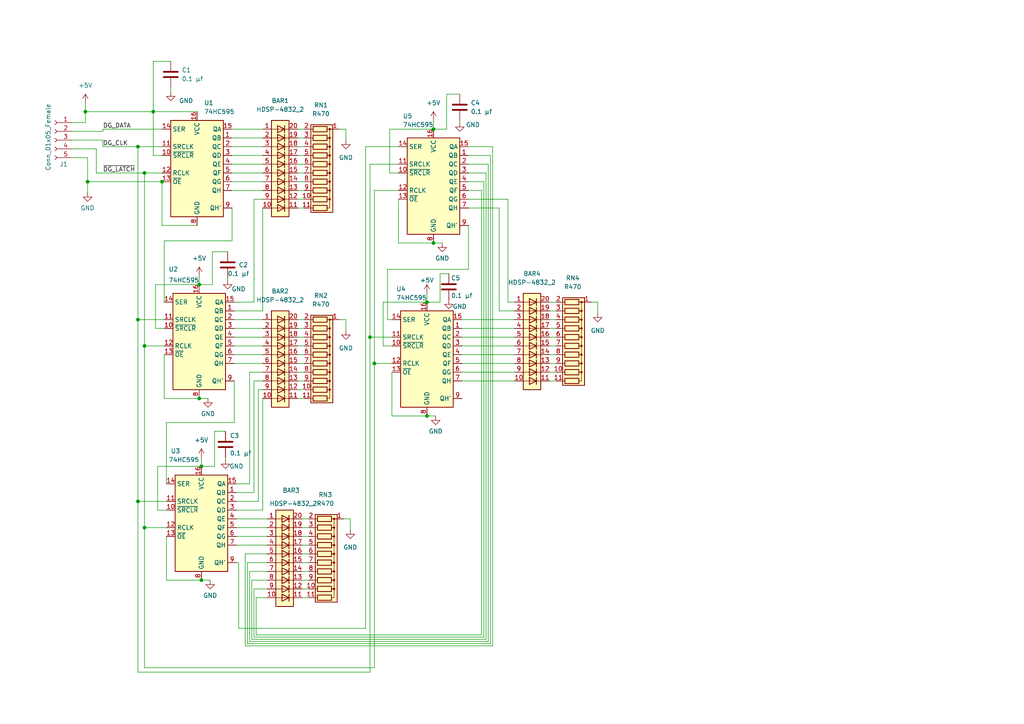
<source format=kicad_sch>
(kicad_sch (version 20211123) (generator eeschema)

  (uuid e63e39d7-6ac0-4ffd-8aa3-1841a4541b55)

  (paper "A4")

  (lib_symbols
    (symbol "74xx:74HC595" (in_bom yes) (on_board yes)
      (property "Reference" "U" (id 0) (at -7.62 13.97 0)
        (effects (font (size 1.27 1.27)))
      )
      (property "Value" "74HC595" (id 1) (at -7.62 -16.51 0)
        (effects (font (size 1.27 1.27)))
      )
      (property "Footprint" "" (id 2) (at 0 0 0)
        (effects (font (size 1.27 1.27)) hide)
      )
      (property "Datasheet" "http://www.ti.com/lit/ds/symlink/sn74hc595.pdf" (id 3) (at 0 0 0)
        (effects (font (size 1.27 1.27)) hide)
      )
      (property "ki_keywords" "HCMOS SR 3State" (id 4) (at 0 0 0)
        (effects (font (size 1.27 1.27)) hide)
      )
      (property "ki_description" "8-bit serial in/out Shift Register 3-State Outputs" (id 5) (at 0 0 0)
        (effects (font (size 1.27 1.27)) hide)
      )
      (property "ki_fp_filters" "DIP*W7.62mm* SOIC*3.9x9.9mm*P1.27mm* TSSOP*4.4x5mm*P0.65mm* SOIC*5.3x10.2mm*P1.27mm* SOIC*7.5x10.3mm*P1.27mm*" (id 6) (at 0 0 0)
        (effects (font (size 1.27 1.27)) hide)
      )
      (symbol "74HC595_1_0"
        (pin tri_state line (at 10.16 7.62 180) (length 2.54)
          (name "QB" (effects (font (size 1.27 1.27))))
          (number "1" (effects (font (size 1.27 1.27))))
        )
        (pin input line (at -10.16 2.54 0) (length 2.54)
          (name "~{SRCLR}" (effects (font (size 1.27 1.27))))
          (number "10" (effects (font (size 1.27 1.27))))
        )
        (pin input line (at -10.16 5.08 0) (length 2.54)
          (name "SRCLK" (effects (font (size 1.27 1.27))))
          (number "11" (effects (font (size 1.27 1.27))))
        )
        (pin input line (at -10.16 -2.54 0) (length 2.54)
          (name "RCLK" (effects (font (size 1.27 1.27))))
          (number "12" (effects (font (size 1.27 1.27))))
        )
        (pin input line (at -10.16 -5.08 0) (length 2.54)
          (name "~{OE}" (effects (font (size 1.27 1.27))))
          (number "13" (effects (font (size 1.27 1.27))))
        )
        (pin input line (at -10.16 10.16 0) (length 2.54)
          (name "SER" (effects (font (size 1.27 1.27))))
          (number "14" (effects (font (size 1.27 1.27))))
        )
        (pin tri_state line (at 10.16 10.16 180) (length 2.54)
          (name "QA" (effects (font (size 1.27 1.27))))
          (number "15" (effects (font (size 1.27 1.27))))
        )
        (pin power_in line (at 0 15.24 270) (length 2.54)
          (name "VCC" (effects (font (size 1.27 1.27))))
          (number "16" (effects (font (size 1.27 1.27))))
        )
        (pin tri_state line (at 10.16 5.08 180) (length 2.54)
          (name "QC" (effects (font (size 1.27 1.27))))
          (number "2" (effects (font (size 1.27 1.27))))
        )
        (pin tri_state line (at 10.16 2.54 180) (length 2.54)
          (name "QD" (effects (font (size 1.27 1.27))))
          (number "3" (effects (font (size 1.27 1.27))))
        )
        (pin tri_state line (at 10.16 0 180) (length 2.54)
          (name "QE" (effects (font (size 1.27 1.27))))
          (number "4" (effects (font (size 1.27 1.27))))
        )
        (pin tri_state line (at 10.16 -2.54 180) (length 2.54)
          (name "QF" (effects (font (size 1.27 1.27))))
          (number "5" (effects (font (size 1.27 1.27))))
        )
        (pin tri_state line (at 10.16 -5.08 180) (length 2.54)
          (name "QG" (effects (font (size 1.27 1.27))))
          (number "6" (effects (font (size 1.27 1.27))))
        )
        (pin tri_state line (at 10.16 -7.62 180) (length 2.54)
          (name "QH" (effects (font (size 1.27 1.27))))
          (number "7" (effects (font (size 1.27 1.27))))
        )
        (pin power_in line (at 0 -17.78 90) (length 2.54)
          (name "GND" (effects (font (size 1.27 1.27))))
          (number "8" (effects (font (size 1.27 1.27))))
        )
        (pin output line (at 10.16 -12.7 180) (length 2.54)
          (name "QH'" (effects (font (size 1.27 1.27))))
          (number "9" (effects (font (size 1.27 1.27))))
        )
      )
      (symbol "74HC595_1_1"
        (rectangle (start -7.62 12.7) (end 7.62 -15.24)
          (stroke (width 0.254) (type default) (color 0 0 0 0))
          (fill (type background))
        )
      )
    )
    (symbol "Connector:Conn_01x05_Female" (pin_names (offset 1.016) hide) (in_bom yes) (on_board yes)
      (property "Reference" "J" (id 0) (at 0 7.62 0)
        (effects (font (size 1.27 1.27)))
      )
      (property "Value" "Conn_01x05_Female" (id 1) (at 0 -7.62 0)
        (effects (font (size 1.27 1.27)))
      )
      (property "Footprint" "" (id 2) (at 0 0 0)
        (effects (font (size 1.27 1.27)) hide)
      )
      (property "Datasheet" "~" (id 3) (at 0 0 0)
        (effects (font (size 1.27 1.27)) hide)
      )
      (property "ki_keywords" "connector" (id 4) (at 0 0 0)
        (effects (font (size 1.27 1.27)) hide)
      )
      (property "ki_description" "Generic connector, single row, 01x05, script generated (kicad-library-utils/schlib/autogen/connector/)" (id 5) (at 0 0 0)
        (effects (font (size 1.27 1.27)) hide)
      )
      (property "ki_fp_filters" "Connector*:*_1x??_*" (id 6) (at 0 0 0)
        (effects (font (size 1.27 1.27)) hide)
      )
      (symbol "Conn_01x05_Female_1_1"
        (arc (start 0 -4.572) (mid -0.508 -5.08) (end 0 -5.588)
          (stroke (width 0.1524) (type default) (color 0 0 0 0))
          (fill (type none))
        )
        (arc (start 0 -2.032) (mid -0.508 -2.54) (end 0 -3.048)
          (stroke (width 0.1524) (type default) (color 0 0 0 0))
          (fill (type none))
        )
        (polyline
          (pts
            (xy -1.27 -5.08)
            (xy -0.508 -5.08)
          )
          (stroke (width 0.1524) (type default) (color 0 0 0 0))
          (fill (type none))
        )
        (polyline
          (pts
            (xy -1.27 -2.54)
            (xy -0.508 -2.54)
          )
          (stroke (width 0.1524) (type default) (color 0 0 0 0))
          (fill (type none))
        )
        (polyline
          (pts
            (xy -1.27 0)
            (xy -0.508 0)
          )
          (stroke (width 0.1524) (type default) (color 0 0 0 0))
          (fill (type none))
        )
        (polyline
          (pts
            (xy -1.27 2.54)
            (xy -0.508 2.54)
          )
          (stroke (width 0.1524) (type default) (color 0 0 0 0))
          (fill (type none))
        )
        (polyline
          (pts
            (xy -1.27 5.08)
            (xy -0.508 5.08)
          )
          (stroke (width 0.1524) (type default) (color 0 0 0 0))
          (fill (type none))
        )
        (arc (start 0 0.508) (mid -0.508 0) (end 0 -0.508)
          (stroke (width 0.1524) (type default) (color 0 0 0 0))
          (fill (type none))
        )
        (arc (start 0 3.048) (mid -0.508 2.54) (end 0 2.032)
          (stroke (width 0.1524) (type default) (color 0 0 0 0))
          (fill (type none))
        )
        (arc (start 0 5.588) (mid -0.508 5.08) (end 0 4.572)
          (stroke (width 0.1524) (type default) (color 0 0 0 0))
          (fill (type none))
        )
        (pin passive line (at -5.08 5.08 0) (length 3.81)
          (name "Pin_1" (effects (font (size 1.27 1.27))))
          (number "1" (effects (font (size 1.27 1.27))))
        )
        (pin passive line (at -5.08 2.54 0) (length 3.81)
          (name "Pin_2" (effects (font (size 1.27 1.27))))
          (number "2" (effects (font (size 1.27 1.27))))
        )
        (pin passive line (at -5.08 0 0) (length 3.81)
          (name "Pin_3" (effects (font (size 1.27 1.27))))
          (number "3" (effects (font (size 1.27 1.27))))
        )
        (pin passive line (at -5.08 -2.54 0) (length 3.81)
          (name "Pin_4" (effects (font (size 1.27 1.27))))
          (number "4" (effects (font (size 1.27 1.27))))
        )
        (pin passive line (at -5.08 -5.08 0) (length 3.81)
          (name "Pin_5" (effects (font (size 1.27 1.27))))
          (number "5" (effects (font (size 1.27 1.27))))
        )
      )
    )
    (symbol "Device:C" (pin_numbers hide) (pin_names (offset 0.254)) (in_bom yes) (on_board yes)
      (property "Reference" "C" (id 0) (at 0.635 2.54 0)
        (effects (font (size 1.27 1.27)) (justify left))
      )
      (property "Value" "C" (id 1) (at 0.635 -2.54 0)
        (effects (font (size 1.27 1.27)) (justify left))
      )
      (property "Footprint" "" (id 2) (at 0.9652 -3.81 0)
        (effects (font (size 1.27 1.27)) hide)
      )
      (property "Datasheet" "~" (id 3) (at 0 0 0)
        (effects (font (size 1.27 1.27)) hide)
      )
      (property "ki_keywords" "cap capacitor" (id 4) (at 0 0 0)
        (effects (font (size 1.27 1.27)) hide)
      )
      (property "ki_description" "Unpolarized capacitor" (id 5) (at 0 0 0)
        (effects (font (size 1.27 1.27)) hide)
      )
      (property "ki_fp_filters" "C_*" (id 6) (at 0 0 0)
        (effects (font (size 1.27 1.27)) hide)
      )
      (symbol "C_0_1"
        (polyline
          (pts
            (xy -2.032 -0.762)
            (xy 2.032 -0.762)
          )
          (stroke (width 0.508) (type default) (color 0 0 0 0))
          (fill (type none))
        )
        (polyline
          (pts
            (xy -2.032 0.762)
            (xy 2.032 0.762)
          )
          (stroke (width 0.508) (type default) (color 0 0 0 0))
          (fill (type none))
        )
      )
      (symbol "C_1_1"
        (pin passive line (at 0 3.81 270) (length 2.794)
          (name "~" (effects (font (size 1.27 1.27))))
          (number "1" (effects (font (size 1.27 1.27))))
        )
        (pin passive line (at 0 -3.81 90) (length 2.794)
          (name "~" (effects (font (size 1.27 1.27))))
          (number "2" (effects (font (size 1.27 1.27))))
        )
      )
    )
    (symbol "Device:R_Network10" (pin_names (offset 0) hide) (in_bom yes) (on_board yes)
      (property "Reference" "RN" (id 0) (at -15.24 0 90)
        (effects (font (size 1.27 1.27)))
      )
      (property "Value" "R_Network10" (id 1) (at 12.7 0 90)
        (effects (font (size 1.27 1.27)))
      )
      (property "Footprint" "Resistor_THT:R_Array_SIP11" (id 2) (at 14.605 0 90)
        (effects (font (size 1.27 1.27)) hide)
      )
      (property "Datasheet" "http://www.vishay.com/docs/31509/csc.pdf" (id 3) (at 0 0 0)
        (effects (font (size 1.27 1.27)) hide)
      )
      (property "ki_keywords" "R network star-topology" (id 4) (at 0 0 0)
        (effects (font (size 1.27 1.27)) hide)
      )
      (property "ki_description" "10 resistor network, star topology, bussed resistors, small symbol" (id 5) (at 0 0 0)
        (effects (font (size 1.27 1.27)) hide)
      )
      (property "ki_fp_filters" "R?Array?SIP*" (id 6) (at 0 0 0)
        (effects (font (size 1.27 1.27)) hide)
      )
      (symbol "R_Network10_0_1"
        (rectangle (start -13.97 -3.175) (end 11.43 3.175)
          (stroke (width 0.254) (type default) (color 0 0 0 0))
          (fill (type background))
        )
        (rectangle (start -13.462 1.524) (end -11.938 -2.54)
          (stroke (width 0.254) (type default) (color 0 0 0 0))
          (fill (type none))
        )
        (circle (center -12.7 2.286) (radius 0.254)
          (stroke (width 0) (type default) (color 0 0 0 0))
          (fill (type outline))
        )
        (rectangle (start -10.922 1.524) (end -9.398 -2.54)
          (stroke (width 0.254) (type default) (color 0 0 0 0))
          (fill (type none))
        )
        (circle (center -10.16 2.286) (radius 0.254)
          (stroke (width 0) (type default) (color 0 0 0 0))
          (fill (type outline))
        )
        (rectangle (start -8.382 1.524) (end -6.858 -2.54)
          (stroke (width 0.254) (type default) (color 0 0 0 0))
          (fill (type none))
        )
        (circle (center -7.62 2.286) (radius 0.254)
          (stroke (width 0) (type default) (color 0 0 0 0))
          (fill (type outline))
        )
        (rectangle (start -5.842 1.524) (end -4.318 -2.54)
          (stroke (width 0.254) (type default) (color 0 0 0 0))
          (fill (type none))
        )
        (circle (center -5.08 2.286) (radius 0.254)
          (stroke (width 0) (type default) (color 0 0 0 0))
          (fill (type outline))
        )
        (rectangle (start -3.302 1.524) (end -1.778 -2.54)
          (stroke (width 0.254) (type default) (color 0 0 0 0))
          (fill (type none))
        )
        (circle (center -2.54 2.286) (radius 0.254)
          (stroke (width 0) (type default) (color 0 0 0 0))
          (fill (type outline))
        )
        (rectangle (start -0.762 1.524) (end 0.762 -2.54)
          (stroke (width 0.254) (type default) (color 0 0 0 0))
          (fill (type none))
        )
        (polyline
          (pts
            (xy -12.7 -2.54)
            (xy -12.7 -3.81)
          )
          (stroke (width 0) (type default) (color 0 0 0 0))
          (fill (type none))
        )
        (polyline
          (pts
            (xy -10.16 -2.54)
            (xy -10.16 -3.81)
          )
          (stroke (width 0) (type default) (color 0 0 0 0))
          (fill (type none))
        )
        (polyline
          (pts
            (xy -7.62 -2.54)
            (xy -7.62 -3.81)
          )
          (stroke (width 0) (type default) (color 0 0 0 0))
          (fill (type none))
        )
        (polyline
          (pts
            (xy -5.08 -2.54)
            (xy -5.08 -3.81)
          )
          (stroke (width 0) (type default) (color 0 0 0 0))
          (fill (type none))
        )
        (polyline
          (pts
            (xy -2.54 -2.54)
            (xy -2.54 -3.81)
          )
          (stroke (width 0) (type default) (color 0 0 0 0))
          (fill (type none))
        )
        (polyline
          (pts
            (xy 0 -2.54)
            (xy 0 -3.81)
          )
          (stroke (width 0) (type default) (color 0 0 0 0))
          (fill (type none))
        )
        (polyline
          (pts
            (xy 2.54 -2.54)
            (xy 2.54 -3.81)
          )
          (stroke (width 0) (type default) (color 0 0 0 0))
          (fill (type none))
        )
        (polyline
          (pts
            (xy 5.08 -2.54)
            (xy 5.08 -3.81)
          )
          (stroke (width 0) (type default) (color 0 0 0 0))
          (fill (type none))
        )
        (polyline
          (pts
            (xy 7.62 -2.54)
            (xy 7.62 -3.81)
          )
          (stroke (width 0) (type default) (color 0 0 0 0))
          (fill (type none))
        )
        (polyline
          (pts
            (xy 10.16 -2.54)
            (xy 10.16 -3.81)
          )
          (stroke (width 0) (type default) (color 0 0 0 0))
          (fill (type none))
        )
        (polyline
          (pts
            (xy -12.7 1.524)
            (xy -12.7 2.286)
            (xy -10.16 2.286)
            (xy -10.16 1.524)
          )
          (stroke (width 0) (type default) (color 0 0 0 0))
          (fill (type none))
        )
        (polyline
          (pts
            (xy -10.16 1.524)
            (xy -10.16 2.286)
            (xy -7.62 2.286)
            (xy -7.62 1.524)
          )
          (stroke (width 0) (type default) (color 0 0 0 0))
          (fill (type none))
        )
        (polyline
          (pts
            (xy -7.62 1.524)
            (xy -7.62 2.286)
            (xy -5.08 2.286)
            (xy -5.08 1.524)
          )
          (stroke (width 0) (type default) (color 0 0 0 0))
          (fill (type none))
        )
        (polyline
          (pts
            (xy -5.08 1.524)
            (xy -5.08 2.286)
            (xy -2.54 2.286)
            (xy -2.54 1.524)
          )
          (stroke (width 0) (type default) (color 0 0 0 0))
          (fill (type none))
        )
        (polyline
          (pts
            (xy -2.54 1.524)
            (xy -2.54 2.286)
            (xy 0 2.286)
            (xy 0 1.524)
          )
          (stroke (width 0) (type default) (color 0 0 0 0))
          (fill (type none))
        )
        (polyline
          (pts
            (xy 0 1.524)
            (xy 0 2.286)
            (xy 2.54 2.286)
            (xy 2.54 1.524)
          )
          (stroke (width 0) (type default) (color 0 0 0 0))
          (fill (type none))
        )
        (polyline
          (pts
            (xy 2.54 1.524)
            (xy 2.54 2.286)
            (xy 5.08 2.286)
            (xy 5.08 1.524)
          )
          (stroke (width 0) (type default) (color 0 0 0 0))
          (fill (type none))
        )
        (polyline
          (pts
            (xy 5.08 1.524)
            (xy 5.08 2.286)
            (xy 7.62 2.286)
            (xy 7.62 1.524)
          )
          (stroke (width 0) (type default) (color 0 0 0 0))
          (fill (type none))
        )
        (polyline
          (pts
            (xy 7.62 1.524)
            (xy 7.62 2.286)
            (xy 10.16 2.286)
            (xy 10.16 1.524)
          )
          (stroke (width 0) (type default) (color 0 0 0 0))
          (fill (type none))
        )
        (circle (center 0 2.286) (radius 0.254)
          (stroke (width 0) (type default) (color 0 0 0 0))
          (fill (type outline))
        )
        (rectangle (start 1.778 1.524) (end 3.302 -2.54)
          (stroke (width 0.254) (type default) (color 0 0 0 0))
          (fill (type none))
        )
        (circle (center 2.54 2.286) (radius 0.254)
          (stroke (width 0) (type default) (color 0 0 0 0))
          (fill (type outline))
        )
        (rectangle (start 4.318 1.524) (end 5.842 -2.54)
          (stroke (width 0.254) (type default) (color 0 0 0 0))
          (fill (type none))
        )
        (circle (center 5.08 2.286) (radius 0.254)
          (stroke (width 0) (type default) (color 0 0 0 0))
          (fill (type outline))
        )
        (rectangle (start 6.858 1.524) (end 8.382 -2.54)
          (stroke (width 0.254) (type default) (color 0 0 0 0))
          (fill (type none))
        )
        (circle (center 7.62 2.286) (radius 0.254)
          (stroke (width 0) (type default) (color 0 0 0 0))
          (fill (type outline))
        )
        (rectangle (start 9.398 1.524) (end 10.922 -2.54)
          (stroke (width 0.254) (type default) (color 0 0 0 0))
          (fill (type none))
        )
      )
      (symbol "R_Network10_1_1"
        (pin passive line (at -12.7 5.08 270) (length 2.54)
          (name "common" (effects (font (size 1.27 1.27))))
          (number "1" (effects (font (size 1.27 1.27))))
        )
        (pin passive line (at 7.62 -5.08 90) (length 1.27)
          (name "R9" (effects (font (size 1.27 1.27))))
          (number "10" (effects (font (size 1.27 1.27))))
        )
        (pin passive line (at 10.16 -5.08 90) (length 1.27)
          (name "R10" (effects (font (size 1.27 1.27))))
          (number "11" (effects (font (size 1.27 1.27))))
        )
        (pin passive line (at -12.7 -5.08 90) (length 1.27)
          (name "R1" (effects (font (size 1.27 1.27))))
          (number "2" (effects (font (size 1.27 1.27))))
        )
        (pin passive line (at -10.16 -5.08 90) (length 1.27)
          (name "R2" (effects (font (size 1.27 1.27))))
          (number "3" (effects (font (size 1.27 1.27))))
        )
        (pin passive line (at -7.62 -5.08 90) (length 1.27)
          (name "R3" (effects (font (size 1.27 1.27))))
          (number "4" (effects (font (size 1.27 1.27))))
        )
        (pin passive line (at -5.08 -5.08 90) (length 1.27)
          (name "R4" (effects (font (size 1.27 1.27))))
          (number "5" (effects (font (size 1.27 1.27))))
        )
        (pin passive line (at -2.54 -5.08 90) (length 1.27)
          (name "R5" (effects (font (size 1.27 1.27))))
          (number "6" (effects (font (size 1.27 1.27))))
        )
        (pin passive line (at 0 -5.08 90) (length 1.27)
          (name "R6" (effects (font (size 1.27 1.27))))
          (number "7" (effects (font (size 1.27 1.27))))
        )
        (pin passive line (at 2.54 -5.08 90) (length 1.27)
          (name "R7" (effects (font (size 1.27 1.27))))
          (number "8" (effects (font (size 1.27 1.27))))
        )
        (pin passive line (at 5.08 -5.08 90) (length 1.27)
          (name "R8" (effects (font (size 1.27 1.27))))
          (number "9" (effects (font (size 1.27 1.27))))
        )
      )
    )
    (symbol "LED:HDSP-4832_2" (pin_names (offset 1.016) hide) (in_bom yes) (on_board yes)
      (property "Reference" "BAR" (id 0) (at 0 15.24 0)
        (effects (font (size 1.27 1.27)))
      )
      (property "Value" "HDSP-4832_2" (id 1) (at 0 -17.78 0)
        (effects (font (size 1.27 1.27)))
      )
      (property "Footprint" "Display:HDSP-4832" (id 2) (at 0 -20.32 0)
        (effects (font (size 1.27 1.27)) hide)
      )
      (property "Datasheet" "https://docs.broadcom.com/docs/AV02-1798EN" (id 3) (at -50.8 5.08 0)
        (effects (font (size 1.27 1.27)) hide)
      )
      (property "ki_keywords" "display LED array" (id 4) (at 0 0 0)
        (effects (font (size 1.27 1.27)) hide)
      )
      (property "ki_description" "BAR GRAPH 10 segment block, Mix of high efficiency red, yellow and green" (id 5) (at 0 0 0)
        (effects (font (size 1.27 1.27)) hide)
      )
      (property "ki_fp_filters" "HDSP?48*" (id 6) (at 0 0 0)
        (effects (font (size 1.27 1.27)) hide)
      )
      (symbol "HDSP-4832_2_0_1"
        (rectangle (start -2.54 12.7) (end 2.54 -15.24)
          (stroke (width 0.254) (type default) (color 0 0 0 0))
          (fill (type background))
        )
        (polyline
          (pts
            (xy -2.54 -12.7)
            (xy 2.54 -12.7)
          )
          (stroke (width 0) (type default) (color 0 0 0 0))
          (fill (type none))
        )
        (polyline
          (pts
            (xy -2.54 -10.16)
            (xy 2.54 -10.16)
          )
          (stroke (width 0) (type default) (color 0 0 0 0))
          (fill (type none))
        )
        (polyline
          (pts
            (xy -2.54 -7.62)
            (xy 2.54 -7.62)
          )
          (stroke (width 0) (type default) (color 0 0 0 0))
          (fill (type none))
        )
        (polyline
          (pts
            (xy -2.54 -5.08)
            (xy 2.54 -5.08)
          )
          (stroke (width 0) (type default) (color 0 0 0 0))
          (fill (type none))
        )
        (polyline
          (pts
            (xy -2.54 0)
            (xy 2.54 0)
          )
          (stroke (width 0) (type default) (color 0 0 0 0))
          (fill (type none))
        )
        (polyline
          (pts
            (xy -2.54 5.08)
            (xy 2.54 5.08)
          )
          (stroke (width 0) (type default) (color 0 0 0 0))
          (fill (type none))
        )
        (polyline
          (pts
            (xy -2.54 7.62)
            (xy 2.54 7.62)
          )
          (stroke (width 0) (type default) (color 0 0 0 0))
          (fill (type none))
        )
        (polyline
          (pts
            (xy -2.54 10.16)
            (xy 2.54 10.16)
          )
          (stroke (width 0) (type default) (color 0 0 0 0))
          (fill (type none))
        )
        (polyline
          (pts
            (xy 1.27 -11.684)
            (xy 1.27 -13.716)
          )
          (stroke (width 0.254) (type default) (color 0 0 0 0))
          (fill (type none))
        )
        (polyline
          (pts
            (xy 1.27 -9.144)
            (xy 1.27 -11.176)
          )
          (stroke (width 0.254) (type default) (color 0 0 0 0))
          (fill (type none))
        )
        (polyline
          (pts
            (xy 1.27 -6.604)
            (xy 1.27 -8.636)
          )
          (stroke (width 0.254) (type default) (color 0 0 0 0))
          (fill (type none))
        )
        (polyline
          (pts
            (xy 1.27 -4.064)
            (xy 1.27 -6.096)
          )
          (stroke (width 0.254) (type default) (color 0 0 0 0))
          (fill (type none))
        )
        (polyline
          (pts
            (xy 1.27 -1.524)
            (xy 1.27 -3.556)
          )
          (stroke (width 0.254) (type default) (color 0 0 0 0))
          (fill (type none))
        )
        (polyline
          (pts
            (xy 1.27 1.016)
            (xy 1.27 -1.016)
          )
          (stroke (width 0.254) (type default) (color 0 0 0 0))
          (fill (type none))
        )
        (polyline
          (pts
            (xy 1.27 3.556)
            (xy 1.27 1.524)
          )
          (stroke (width 0.254) (type default) (color 0 0 0 0))
          (fill (type none))
        )
        (polyline
          (pts
            (xy 1.27 6.096)
            (xy 1.27 4.064)
          )
          (stroke (width 0.254) (type default) (color 0 0 0 0))
          (fill (type none))
        )
        (polyline
          (pts
            (xy 1.27 8.636)
            (xy 1.27 6.604)
          )
          (stroke (width 0.254) (type default) (color 0 0 0 0))
          (fill (type none))
        )
        (polyline
          (pts
            (xy 1.27 11.176)
            (xy 1.27 9.144)
          )
          (stroke (width 0.254) (type default) (color 0 0 0 0))
          (fill (type none))
        )
        (polyline
          (pts
            (xy 2.54 -2.54)
            (xy -2.54 -2.54)
          )
          (stroke (width 0) (type default) (color 0 0 0 0))
          (fill (type none))
        )
        (polyline
          (pts
            (xy 2.54 2.54)
            (xy -2.54 2.54)
          )
          (stroke (width 0) (type default) (color 0 0 0 0))
          (fill (type none))
        )
        (polyline
          (pts
            (xy -0.762 -11.684)
            (xy -0.762 -13.716)
            (xy 1.27 -12.7)
            (xy -0.762 -11.684)
          )
          (stroke (width 0.254) (type default) (color 0 0 0 0))
          (fill (type none))
        )
        (polyline
          (pts
            (xy -0.762 -9.144)
            (xy -0.762 -11.176)
            (xy 1.27 -10.16)
            (xy -0.762 -9.144)
          )
          (stroke (width 0.254) (type default) (color 0 0 0 0))
          (fill (type none))
        )
        (polyline
          (pts
            (xy -0.762 -6.604)
            (xy -0.762 -8.636)
            (xy 1.27 -7.62)
            (xy -0.762 -6.604)
          )
          (stroke (width 0.254) (type default) (color 0 0 0 0))
          (fill (type none))
        )
        (polyline
          (pts
            (xy -0.762 -4.064)
            (xy -0.762 -6.096)
            (xy 1.27 -5.08)
            (xy -0.762 -4.064)
          )
          (stroke (width 0.254) (type default) (color 0 0 0 0))
          (fill (type none))
        )
        (polyline
          (pts
            (xy -0.762 -1.524)
            (xy -0.762 -3.556)
            (xy 1.27 -2.54)
            (xy -0.762 -1.524)
          )
          (stroke (width 0.254) (type default) (color 0 0 0 0))
          (fill (type none))
        )
        (polyline
          (pts
            (xy -0.762 1.016)
            (xy -0.762 -1.016)
            (xy 1.27 0)
            (xy -0.762 1.016)
          )
          (stroke (width 0.254) (type default) (color 0 0 0 0))
          (fill (type none))
        )
        (polyline
          (pts
            (xy -0.762 3.556)
            (xy -0.762 1.524)
            (xy 1.27 2.54)
            (xy -0.762 3.556)
          )
          (stroke (width 0.254) (type default) (color 0 0 0 0))
          (fill (type none))
        )
        (polyline
          (pts
            (xy -0.762 6.096)
            (xy -0.762 4.064)
            (xy 1.27 5.08)
            (xy -0.762 6.096)
          )
          (stroke (width 0.254) (type default) (color 0 0 0 0))
          (fill (type none))
        )
        (polyline
          (pts
            (xy -0.762 8.636)
            (xy -0.762 6.604)
            (xy 1.27 7.62)
            (xy -0.762 8.636)
          )
          (stroke (width 0.254) (type default) (color 0 0 0 0))
          (fill (type none))
        )
        (polyline
          (pts
            (xy -0.762 11.176)
            (xy -0.762 9.144)
            (xy 1.27 10.16)
            (xy -0.762 11.176)
          )
          (stroke (width 0.254) (type default) (color 0 0 0 0))
          (fill (type none))
        )
      )
      (symbol "HDSP-4832_2_1_1"
        (pin passive line (at -5.08 10.16 0) (length 2.54)
          (name "A" (effects (font (size 1.27 1.27))))
          (number "1" (effects (font (size 1.27 1.27))))
        )
        (pin passive line (at -5.08 -12.7 0) (length 2.54)
          (name "A" (effects (font (size 1.27 1.27))))
          (number "10" (effects (font (size 1.27 1.27))))
        )
        (pin passive line (at 5.08 -12.7 180) (length 2.54)
          (name "K" (effects (font (size 1.27 1.27))))
          (number "11" (effects (font (size 1.27 1.27))))
        )
        (pin passive line (at 5.08 -10.16 180) (length 2.54)
          (name "K" (effects (font (size 1.27 1.27))))
          (number "12" (effects (font (size 1.27 1.27))))
        )
        (pin passive line (at 5.08 -7.62 180) (length 2.54)
          (name "K" (effects (font (size 1.27 1.27))))
          (number "13" (effects (font (size 1.27 1.27))))
        )
        (pin passive line (at 5.08 -5.08 180) (length 2.54)
          (name "K" (effects (font (size 1.27 1.27))))
          (number "14" (effects (font (size 1.27 1.27))))
        )
        (pin passive line (at 5.08 -2.54 180) (length 2.54)
          (name "K" (effects (font (size 1.27 1.27))))
          (number "15" (effects (font (size 1.27 1.27))))
        )
        (pin passive line (at 5.08 0 180) (length 2.54)
          (name "K" (effects (font (size 1.27 1.27))))
          (number "16" (effects (font (size 1.27 1.27))))
        )
        (pin passive line (at 5.08 2.54 180) (length 2.54)
          (name "K" (effects (font (size 1.27 1.27))))
          (number "17" (effects (font (size 1.27 1.27))))
        )
        (pin passive line (at 5.08 5.08 180) (length 2.54)
          (name "K" (effects (font (size 1.27 1.27))))
          (number "18" (effects (font (size 1.27 1.27))))
        )
        (pin passive line (at 5.08 7.62 180) (length 2.54)
          (name "K" (effects (font (size 1.27 1.27))))
          (number "19" (effects (font (size 1.27 1.27))))
        )
        (pin passive line (at -5.08 7.62 0) (length 2.54)
          (name "A" (effects (font (size 1.27 1.27))))
          (number "2" (effects (font (size 1.27 1.27))))
        )
        (pin passive line (at 5.08 10.16 180) (length 2.54)
          (name "K" (effects (font (size 1.27 1.27))))
          (number "20" (effects (font (size 1.27 1.27))))
        )
        (pin passive line (at -5.08 5.08 0) (length 2.54)
          (name "A" (effects (font (size 1.27 1.27))))
          (number "3" (effects (font (size 1.27 1.27))))
        )
        (pin passive line (at -5.08 2.54 0) (length 2.54)
          (name "A" (effects (font (size 1.27 1.27))))
          (number "4" (effects (font (size 1.27 1.27))))
        )
        (pin passive line (at -5.08 0 0) (length 2.54)
          (name "A" (effects (font (size 1.27 1.27))))
          (number "5" (effects (font (size 1.27 1.27))))
        )
        (pin passive line (at -5.08 -2.54 0) (length 2.54)
          (name "A" (effects (font (size 1.27 1.27))))
          (number "6" (effects (font (size 1.27 1.27))))
        )
        (pin passive line (at -5.08 -5.08 0) (length 2.54)
          (name "A" (effects (font (size 1.27 1.27))))
          (number "7" (effects (font (size 1.27 1.27))))
        )
        (pin passive line (at -5.08 -7.62 0) (length 2.54)
          (name "A" (effects (font (size 1.27 1.27))))
          (number "8" (effects (font (size 1.27 1.27))))
        )
        (pin passive line (at -5.08 -10.16 0) (length 2.54)
          (name "A" (effects (font (size 1.27 1.27))))
          (number "9" (effects (font (size 1.27 1.27))))
        )
      )
    )
    (symbol "power:+5V" (power) (pin_names (offset 0)) (in_bom yes) (on_board yes)
      (property "Reference" "#PWR" (id 0) (at 0 -3.81 0)
        (effects (font (size 1.27 1.27)) hide)
      )
      (property "Value" "+5V" (id 1) (at 0 3.556 0)
        (effects (font (size 1.27 1.27)))
      )
      (property "Footprint" "" (id 2) (at 0 0 0)
        (effects (font (size 1.27 1.27)) hide)
      )
      (property "Datasheet" "" (id 3) (at 0 0 0)
        (effects (font (size 1.27 1.27)) hide)
      )
      (property "ki_keywords" "power-flag" (id 4) (at 0 0 0)
        (effects (font (size 1.27 1.27)) hide)
      )
      (property "ki_description" "Power symbol creates a global label with name \"+5V\"" (id 5) (at 0 0 0)
        (effects (font (size 1.27 1.27)) hide)
      )
      (symbol "+5V_0_1"
        (polyline
          (pts
            (xy -0.762 1.27)
            (xy 0 2.54)
          )
          (stroke (width 0) (type default) (color 0 0 0 0))
          (fill (type none))
        )
        (polyline
          (pts
            (xy 0 0)
            (xy 0 2.54)
          )
          (stroke (width 0) (type default) (color 0 0 0 0))
          (fill (type none))
        )
        (polyline
          (pts
            (xy 0 2.54)
            (xy 0.762 1.27)
          )
          (stroke (width 0) (type default) (color 0 0 0 0))
          (fill (type none))
        )
      )
      (symbol "+5V_1_1"
        (pin power_in line (at 0 0 90) (length 0) hide
          (name "+5V" (effects (font (size 1.27 1.27))))
          (number "1" (effects (font (size 1.27 1.27))))
        )
      )
    )
    (symbol "power:GND" (power) (pin_names (offset 0)) (in_bom yes) (on_board yes)
      (property "Reference" "#PWR" (id 0) (at 0 -6.35 0)
        (effects (font (size 1.27 1.27)) hide)
      )
      (property "Value" "GND" (id 1) (at 0 -3.81 0)
        (effects (font (size 1.27 1.27)))
      )
      (property "Footprint" "" (id 2) (at 0 0 0)
        (effects (font (size 1.27 1.27)) hide)
      )
      (property "Datasheet" "" (id 3) (at 0 0 0)
        (effects (font (size 1.27 1.27)) hide)
      )
      (property "ki_keywords" "power-flag" (id 4) (at 0 0 0)
        (effects (font (size 1.27 1.27)) hide)
      )
      (property "ki_description" "Power symbol creates a global label with name \"GND\" , ground" (id 5) (at 0 0 0)
        (effects (font (size 1.27 1.27)) hide)
      )
      (symbol "GND_0_1"
        (polyline
          (pts
            (xy 0 0)
            (xy 0 -1.27)
            (xy 1.27 -1.27)
            (xy 0 -2.54)
            (xy -1.27 -1.27)
            (xy 0 -1.27)
          )
          (stroke (width 0) (type default) (color 0 0 0 0))
          (fill (type none))
        )
      )
      (symbol "GND_1_1"
        (pin power_in line (at 0 0 270) (length 0) hide
          (name "GND" (effects (font (size 1.27 1.27))))
          (number "1" (effects (font (size 1.27 1.27))))
        )
      )
    )
  )

  (junction (at 41.91 50.165) (diameter 0) (color 0 0 0 0)
    (uuid 06cce885-681c-4f06-9c50-9e44050ba557)
  )
  (junction (at 58.42 135.255) (diameter 0) (color 0 0 0 0)
    (uuid 106a4059-ab1c-4f06-ac65-d9328c9550d2)
  )
  (junction (at 107.315 97.79) (diameter 0) (color 0 0 0 0)
    (uuid 12203fd9-04ac-4cb8-9b2e-43c70746f40e)
  )
  (junction (at 40.005 145.415) (diameter 0) (color 0 0 0 0)
    (uuid 27eaa454-821c-4388-8a78-529dd311e40d)
  )
  (junction (at 40.005 42.545) (diameter 0) (color 0 0 0 0)
    (uuid 2c46e2cb-a8dd-45b8-a5fa-45ee93c95edb)
  )
  (junction (at 123.825 120.65) (diameter 0) (color 0 0 0 0)
    (uuid 38161ffc-3da5-4427-8556-f83358549124)
  )
  (junction (at 58.42 168.275) (diameter 0) (color 0 0 0 0)
    (uuid 3b8c3603-a748-4f70-a4a2-b4a559de03cf)
  )
  (junction (at 41.91 100.33) (diameter 0) (color 0 0 0 0)
    (uuid 52cc1a41-b873-4e16-97c3-18c4e29c7174)
  )
  (junction (at 40.005 92.71) (diameter 0) (color 0 0 0 0)
    (uuid 52e75277-1183-4420-9810-95a7afa1e5c5)
  )
  (junction (at 46.99 52.705) (diameter 0) (color 0 0 0 0)
    (uuid 60ad964e-2619-4457-b12a-f53e608aa586)
  )
  (junction (at 24.765 32.385) (diameter 0) (color 0 0 0 0)
    (uuid 8139b145-4c4c-4334-bd05-f48b0b4cc099)
  )
  (junction (at 125.73 70.485) (diameter 0) (color 0 0 0 0)
    (uuid 8763a27d-bc3b-4d78-98c6-2e9f54f1bb67)
  )
  (junction (at 57.785 115.57) (diameter 0) (color 0 0 0 0)
    (uuid a42bc68b-ddfd-41c9-bec3-1318e565caf5)
  )
  (junction (at 57.785 82.55) (diameter 0) (color 0 0 0 0)
    (uuid a517f3f2-d516-4346-a9d0-9fed7e370b67)
  )
  (junction (at 108.585 105.41) (diameter 0) (color 0 0 0 0)
    (uuid ae2e62ed-7550-4030-9761-d5a237d513aa)
  )
  (junction (at 123.825 87.63) (diameter 0) (color 0 0 0 0)
    (uuid b2b00b0c-60b1-429b-8bdd-f9a0a0108f22)
  )
  (junction (at 125.73 37.465) (diameter 0) (color 0 0 0 0)
    (uuid dc6d6a14-d191-4645-967f-bbaea6736cb9)
  )
  (junction (at 41.91 153.035) (diameter 0) (color 0 0 0 0)
    (uuid e5a8113d-5e3b-449a-b28d-be8fa08ce657)
  )
  (junction (at 25.4 52.705) (diameter 0) (color 0 0 0 0)
    (uuid ee094b81-4473-462a-82b5-a8265963e6f1)
  )
  (junction (at 44.45 32.385) (diameter 0) (color 0 0 0 0)
    (uuid fdd1fbbb-d311-4e36-9bba-a032f7bfc18a)
  )

  (wire (pts (xy 25.4 45.72) (xy 25.4 52.705))
    (stroke (width 0) (type default) (color 0 0 0 0))
    (uuid 01bf08c5-717c-4040-9b0b-93ef6a6d47af)
  )
  (wire (pts (xy 40.005 145.415) (xy 40.005 194.945))
    (stroke (width 0) (type default) (color 0 0 0 0))
    (uuid 01f6b6ce-9916-4a3a-a575-946f3d257fbe)
  )
  (wire (pts (xy 68.58 140.335) (xy 72.39 140.335))
    (stroke (width 0) (type default) (color 0 0 0 0))
    (uuid 04607e70-3e2a-48d3-97bb-9f93e749dace)
  )
  (wire (pts (xy 29.845 38.1) (xy 29.845 37.465))
    (stroke (width 0) (type default) (color 0 0 0 0))
    (uuid 04a35fd7-f391-4d2d-9026-88a0dd108eb8)
  )
  (wire (pts (xy 140.335 52.705) (xy 140.335 184.785))
    (stroke (width 0) (type default) (color 0 0 0 0))
    (uuid 0547268e-7b76-4fde-a0bb-a9a7c8efc4ed)
  )
  (wire (pts (xy 86.36 110.49) (xy 88.265 110.49))
    (stroke (width 0) (type default) (color 0 0 0 0))
    (uuid 05d0e692-ddda-46f9-a11e-3a48d0eebffa)
  )
  (wire (pts (xy 135.89 50.165) (xy 140.97 50.165))
    (stroke (width 0) (type default) (color 0 0 0 0))
    (uuid 07d665df-5331-4cbf-802f-d4f8a5178e91)
  )
  (wire (pts (xy 87.63 160.655) (xy 89.535 160.655))
    (stroke (width 0) (type default) (color 0 0 0 0))
    (uuid 08ca10e4-89e1-49b7-b609-6a69c8b065e0)
  )
  (wire (pts (xy 68.58 150.495) (xy 77.47 150.495))
    (stroke (width 0) (type default) (color 0 0 0 0))
    (uuid 09d840d1-b84a-4937-b9ae-15edf5dc27cb)
  )
  (wire (pts (xy 108.585 105.41) (xy 113.665 105.41))
    (stroke (width 0) (type default) (color 0 0 0 0))
    (uuid 0ab18087-9859-48b2-b66b-07471f8de600)
  )
  (wire (pts (xy 67.945 92.71) (xy 76.2 92.71))
    (stroke (width 0) (type default) (color 0 0 0 0))
    (uuid 0b14557b-7120-40d3-839e-4dea93a1be67)
  )
  (wire (pts (xy 142.24 186.69) (xy 71.755 186.69))
    (stroke (width 0) (type default) (color 0 0 0 0))
    (uuid 0b281a20-1fd4-4afd-abc8-807f2a5f0de2)
  )
  (wire (pts (xy 129.54 27.305) (xy 129.54 37.465))
    (stroke (width 0) (type default) (color 0 0 0 0))
    (uuid 10c74341-1e0d-464c-82f7-013b692fa112)
  )
  (wire (pts (xy 86.36 102.87) (xy 88.265 102.87))
    (stroke (width 0) (type default) (color 0 0 0 0))
    (uuid 11684c87-e5cd-4879-adc0-b8946deb4181)
  )
  (wire (pts (xy 87.63 173.355) (xy 89.535 173.355))
    (stroke (width 0) (type default) (color 0 0 0 0))
    (uuid 12768461-050d-4c3b-b29b-0b8922ddf2a9)
  )
  (wire (pts (xy 86.36 57.785) (xy 88.265 57.785))
    (stroke (width 0) (type default) (color 0 0 0 0))
    (uuid 1345d140-0197-4af5-b229-f6ab2a68d053)
  )
  (wire (pts (xy 87.63 170.815) (xy 89.535 170.815))
    (stroke (width 0) (type default) (color 0 0 0 0))
    (uuid 1754bedd-467e-43de-9baf-57e8320c7ad9)
  )
  (wire (pts (xy 135.89 60.325) (xy 144.78 60.325))
    (stroke (width 0) (type default) (color 0 0 0 0))
    (uuid 179330e6-3c56-48d3-979b-4141595eaed4)
  )
  (wire (pts (xy 40.005 145.415) (xy 40.005 92.71))
    (stroke (width 0) (type default) (color 0 0 0 0))
    (uuid 1929c873-57ee-465f-8212-371234a6a783)
  )
  (wire (pts (xy 159.385 102.87) (xy 161.29 102.87))
    (stroke (width 0) (type default) (color 0 0 0 0))
    (uuid 1ad61a55-c81b-4da4-9133-c17ba06910d2)
  )
  (wire (pts (xy 48.26 147.955) (xy 45.72 147.955))
    (stroke (width 0) (type default) (color 0 0 0 0))
    (uuid 1b82a1d8-a344-41a1-9ffd-c9143d2e587d)
  )
  (wire (pts (xy 86.36 100.33) (xy 88.265 100.33))
    (stroke (width 0) (type default) (color 0 0 0 0))
    (uuid 1d6ab6db-116a-4a27-bc88-050218eb7ab0)
  )
  (wire (pts (xy 67.31 42.545) (xy 76.2 42.545))
    (stroke (width 0) (type default) (color 0 0 0 0))
    (uuid 1fda176f-45a5-42ae-a4ff-f9d1186d70d0)
  )
  (wire (pts (xy 48.26 122.555) (xy 48.26 140.335))
    (stroke (width 0) (type default) (color 0 0 0 0))
    (uuid 206f65c0-368c-4417-bcf5-4ee4337d22ea)
  )
  (wire (pts (xy 67.945 102.87) (xy 76.2 102.87))
    (stroke (width 0) (type default) (color 0 0 0 0))
    (uuid 209360e9-5cc5-4552-ab04-bbf04e6f706d)
  )
  (wire (pts (xy 57.785 115.57) (xy 60.325 115.57))
    (stroke (width 0) (type default) (color 0 0 0 0))
    (uuid 20d11625-ec2f-4e1e-a98a-275f11727a14)
  )
  (wire (pts (xy 86.36 97.79) (xy 88.265 97.79))
    (stroke (width 0) (type default) (color 0 0 0 0))
    (uuid 21e7cc4b-7f36-48e4-b553-c8f691638779)
  )
  (wire (pts (xy 71.755 186.69) (xy 71.755 163.195))
    (stroke (width 0) (type default) (color 0 0 0 0))
    (uuid 24929545-24e3-4b06-b053-d633db11350d)
  )
  (wire (pts (xy 87.63 155.575) (xy 89.535 155.575))
    (stroke (width 0) (type default) (color 0 0 0 0))
    (uuid 253d3f88-efbd-40c2-8a4b-ecd6a6b08c3e)
  )
  (wire (pts (xy 140.97 50.165) (xy 140.97 185.42))
    (stroke (width 0) (type default) (color 0 0 0 0))
    (uuid 26620546-d9e8-4d76-95c2-cf8febf1db88)
  )
  (wire (pts (xy 41.91 153.035) (xy 41.91 193.675))
    (stroke (width 0) (type default) (color 0 0 0 0))
    (uuid 26880914-7c74-4545-acea-e1717b57fd22)
  )
  (wire (pts (xy 133.985 92.71) (xy 149.225 92.71))
    (stroke (width 0) (type default) (color 0 0 0 0))
    (uuid 26d0eeb1-7e14-4b0a-b6d8-5f73f9bee27d)
  )
  (wire (pts (xy 47.625 69.85) (xy 67.31 69.85))
    (stroke (width 0) (type default) (color 0 0 0 0))
    (uuid 2791ac6e-378a-4a4d-a0ad-7eef2df44d81)
  )
  (wire (pts (xy 67.945 110.49) (xy 67.945 122.555))
    (stroke (width 0) (type default) (color 0 0 0 0))
    (uuid 290447a9-2077-411c-8387-33d868e17c2e)
  )
  (wire (pts (xy 115.57 57.785) (xy 115.57 70.485))
    (stroke (width 0) (type default) (color 0 0 0 0))
    (uuid 292d32f5-0839-425e-bad7-dcc015879696)
  )
  (wire (pts (xy 44.45 32.385) (xy 57.15 32.385))
    (stroke (width 0) (type default) (color 0 0 0 0))
    (uuid 2dde3e39-8082-438d-9a60-4bcc0b049ca2)
  )
  (wire (pts (xy 159.385 97.79) (xy 161.29 97.79))
    (stroke (width 0) (type default) (color 0 0 0 0))
    (uuid 2ec60a0a-be58-45f7-bee6-1a54f40a09bc)
  )
  (wire (pts (xy 25.4 52.705) (xy 25.4 55.88))
    (stroke (width 0) (type default) (color 0 0 0 0))
    (uuid 2f71163d-5f57-4033-9eb5-6308027267de)
  )
  (wire (pts (xy 144.78 60.325) (xy 144.78 90.17))
    (stroke (width 0) (type default) (color 0 0 0 0))
    (uuid 309114e0-3906-4f14-9b5d-40a80cc9637a)
  )
  (wire (pts (xy 87.63 165.735) (xy 89.535 165.735))
    (stroke (width 0) (type default) (color 0 0 0 0))
    (uuid 30e44f08-808b-4ea7-99be-02ed64f51d22)
  )
  (wire (pts (xy 67.945 95.25) (xy 76.2 95.25))
    (stroke (width 0) (type default) (color 0 0 0 0))
    (uuid 320a0859-1f8c-4a12-bc78-b19231d3c8dc)
  )
  (wire (pts (xy 74.93 145.415) (xy 74.93 113.03))
    (stroke (width 0) (type default) (color 0 0 0 0))
    (uuid 32bd4923-d51d-4199-b178-1a4026e53ea7)
  )
  (wire (pts (xy 47.625 100.33) (xy 41.91 100.33))
    (stroke (width 0) (type default) (color 0 0 0 0))
    (uuid 336044fc-1ff5-48c8-836c-48256258bf75)
  )
  (wire (pts (xy 67.31 60.325) (xy 67.31 69.85))
    (stroke (width 0) (type default) (color 0 0 0 0))
    (uuid 354343d9-b5d7-4dbf-8a3d-fc244a17825d)
  )
  (wire (pts (xy 57.785 80.01) (xy 57.785 82.55))
    (stroke (width 0) (type default) (color 0 0 0 0))
    (uuid 3552472f-2e71-42ae-9c1a-f6f9a66c8dd3)
  )
  (wire (pts (xy 67.31 40.005) (xy 76.2 40.005))
    (stroke (width 0) (type default) (color 0 0 0 0))
    (uuid 35d3cf86-426e-4fb2-8e1c-bcc6f36369d3)
  )
  (wire (pts (xy 67.31 50.165) (xy 76.2 50.165))
    (stroke (width 0) (type default) (color 0 0 0 0))
    (uuid 36d390aa-d968-485d-9362-e421eee89127)
  )
  (wire (pts (xy 159.385 105.41) (xy 161.29 105.41))
    (stroke (width 0) (type default) (color 0 0 0 0))
    (uuid 3734ddae-d17b-49dd-89b8-b12d062114b1)
  )
  (wire (pts (xy 107.315 47.625) (xy 107.315 97.79))
    (stroke (width 0) (type default) (color 0 0 0 0))
    (uuid 3739dd25-13fb-4694-be9a-0a7daa9e20b9)
  )
  (wire (pts (xy 73.66 57.785) (xy 73.66 87.63))
    (stroke (width 0) (type default) (color 0 0 0 0))
    (uuid 392bc46e-3a32-4fcf-b3bc-5a92ab796887)
  )
  (wire (pts (xy 142.24 45.085) (xy 142.24 186.69))
    (stroke (width 0) (type default) (color 0 0 0 0))
    (uuid 39665ba9-6194-4321-8ba7-391bf64dc1f9)
  )
  (wire (pts (xy 61.595 82.55) (xy 57.785 82.55))
    (stroke (width 0) (type default) (color 0 0 0 0))
    (uuid 39afa8f3-3fe8-45c1-8196-9c71cc6dd94a)
  )
  (wire (pts (xy 86.36 113.03) (xy 88.265 113.03))
    (stroke (width 0) (type default) (color 0 0 0 0))
    (uuid 3a930134-674b-4e8c-bf7f-2458f893168e)
  )
  (wire (pts (xy 47.625 115.57) (xy 57.785 115.57))
    (stroke (width 0) (type default) (color 0 0 0 0))
    (uuid 3cc8b960-aeab-4199-b819-ef1a4b8b4aba)
  )
  (wire (pts (xy 113.03 37.465) (xy 125.73 37.465))
    (stroke (width 0) (type default) (color 0 0 0 0))
    (uuid 3d5972f6-814c-4994-95e8-f1326826e4f5)
  )
  (wire (pts (xy 48.26 153.035) (xy 41.91 153.035))
    (stroke (width 0) (type default) (color 0 0 0 0))
    (uuid 3df8beb5-4938-4828-98dd-44eebfa5ea8b)
  )
  (wire (pts (xy 133.35 34.925) (xy 133.35 35.56))
    (stroke (width 0) (type default) (color 0 0 0 0))
    (uuid 41b1e4f8-7dfb-4294-b405-600f2502e032)
  )
  (wire (pts (xy 48.26 122.555) (xy 67.945 122.555))
    (stroke (width 0) (type default) (color 0 0 0 0))
    (uuid 41c653db-b956-4c77-9a96-a5a5d4377ecb)
  )
  (wire (pts (xy 24.765 29.845) (xy 24.765 32.385))
    (stroke (width 0) (type default) (color 0 0 0 0))
    (uuid 42b652ec-372c-4c72-8e1c-28af0bbc442d)
  )
  (wire (pts (xy 45.085 82.55) (xy 45.085 95.25))
    (stroke (width 0) (type default) (color 0 0 0 0))
    (uuid 43866dcc-9ad0-4778-9276-8ff51596d240)
  )
  (wire (pts (xy 47.625 69.85) (xy 47.625 87.63))
    (stroke (width 0) (type default) (color 0 0 0 0))
    (uuid 43ae1428-c087-4967-b94f-5a64d5b44f16)
  )
  (wire (pts (xy 68.58 147.955) (xy 76.2 147.955))
    (stroke (width 0) (type default) (color 0 0 0 0))
    (uuid 44273c5c-43e3-4521-a9aa-58273cf41a46)
  )
  (wire (pts (xy 98.425 37.465) (xy 100.33 37.465))
    (stroke (width 0) (type default) (color 0 0 0 0))
    (uuid 4472040a-6e40-4d80-814d-d145b4ac94bd)
  )
  (wire (pts (xy 45.72 135.255) (xy 45.72 147.955))
    (stroke (width 0) (type default) (color 0 0 0 0))
    (uuid 450cebcc-81d0-4c4f-8003-c271602b50a6)
  )
  (wire (pts (xy 67.945 97.79) (xy 76.2 97.79))
    (stroke (width 0) (type default) (color 0 0 0 0))
    (uuid 4692b90f-cbc0-4961-aeba-e7bcc0202f4d)
  )
  (wire (pts (xy 48.26 168.275) (xy 58.42 168.275))
    (stroke (width 0) (type default) (color 0 0 0 0))
    (uuid 479efea9-f310-4411-b602-fbdf81833873)
  )
  (wire (pts (xy 40.005 42.545) (xy 46.99 42.545))
    (stroke (width 0) (type default) (color 0 0 0 0))
    (uuid 481895a7-7dd9-4546-9bff-febe44942491)
  )
  (wire (pts (xy 58.42 132.715) (xy 58.42 135.255))
    (stroke (width 0) (type default) (color 0 0 0 0))
    (uuid 49b7e24a-2780-49ed-a566-48215372f75b)
  )
  (wire (pts (xy 106.045 182.245) (xy 69.215 182.245))
    (stroke (width 0) (type default) (color 0 0 0 0))
    (uuid 4bdb19c5-b6ba-4630-b605-607a9a24a8b8)
  )
  (wire (pts (xy 115.57 55.245) (xy 108.585 55.245))
    (stroke (width 0) (type default) (color 0 0 0 0))
    (uuid 4e74acab-ec25-4167-b07e-5cf3290ba37f)
  )
  (wire (pts (xy 127.635 87.63) (xy 123.825 87.63))
    (stroke (width 0) (type default) (color 0 0 0 0))
    (uuid 4f1b2903-0df8-4b3c-9e3a-4a0c071021e9)
  )
  (wire (pts (xy 87.63 158.115) (xy 89.535 158.115))
    (stroke (width 0) (type default) (color 0 0 0 0))
    (uuid 4fe056ce-0af5-4be8-a40f-621152e7357c)
  )
  (wire (pts (xy 41.91 100.33) (xy 41.91 153.035))
    (stroke (width 0) (type default) (color 0 0 0 0))
    (uuid 50271b1a-4bfa-4d76-9bd7-d2ba315ec005)
  )
  (wire (pts (xy 125.73 34.925) (xy 125.73 37.465))
    (stroke (width 0) (type default) (color 0 0 0 0))
    (uuid 52df6556-a042-4b96-b02c-f33968b373be)
  )
  (wire (pts (xy 147.32 87.63) (xy 149.225 87.63))
    (stroke (width 0) (type default) (color 0 0 0 0))
    (uuid 53532101-2c2f-40bc-9423-5248d99209e8)
  )
  (wire (pts (xy 24.765 32.385) (xy 44.45 32.385))
    (stroke (width 0) (type default) (color 0 0 0 0))
    (uuid 53877be9-c5cd-4a10-9c47-207214c9b032)
  )
  (wire (pts (xy 129.54 37.465) (xy 125.73 37.465))
    (stroke (width 0) (type default) (color 0 0 0 0))
    (uuid 55d6546a-af3b-4f82-8c1e-9aa1a3740a33)
  )
  (wire (pts (xy 135.89 47.625) (xy 141.605 47.625))
    (stroke (width 0) (type default) (color 0 0 0 0))
    (uuid 564935c1-0f70-4644-9cef-7dda472bba5f)
  )
  (wire (pts (xy 86.36 60.325) (xy 88.265 60.325))
    (stroke (width 0) (type default) (color 0 0 0 0))
    (uuid 5696d8ff-db08-477c-ade6-08159758c6c6)
  )
  (wire (pts (xy 77.47 165.735) (xy 72.39 165.735))
    (stroke (width 0) (type default) (color 0 0 0 0))
    (uuid 57d60e36-6f31-4826-8719-e2db3c36ff95)
  )
  (wire (pts (xy 140.97 185.42) (xy 73.025 185.42))
    (stroke (width 0) (type default) (color 0 0 0 0))
    (uuid 5825d796-ef6f-471b-865e-6356c791fb67)
  )
  (wire (pts (xy 142.875 187.325) (xy 142.875 42.545))
    (stroke (width 0) (type default) (color 0 0 0 0))
    (uuid 5833155e-6851-4b0a-a39c-f6c77307e662)
  )
  (wire (pts (xy 86.36 40.005) (xy 88.265 40.005))
    (stroke (width 0) (type default) (color 0 0 0 0))
    (uuid 589a933b-51e8-4845-ade5-7baff396e0f0)
  )
  (wire (pts (xy 29.845 40.64) (xy 29.845 42.545))
    (stroke (width 0) (type default) (color 0 0 0 0))
    (uuid 5b0bc570-c3b5-486d-bed2-63bb82c4ddd1)
  )
  (wire (pts (xy 74.295 173.355) (xy 77.47 173.355))
    (stroke (width 0) (type default) (color 0 0 0 0))
    (uuid 5bc84f27-39cf-4cb5-80f6-4d237a80ec3f)
  )
  (wire (pts (xy 139.7 55.245) (xy 139.7 184.15))
    (stroke (width 0) (type default) (color 0 0 0 0))
    (uuid 5d4dffde-af40-4f5d-8dcb-4c18ce1f8aa3)
  )
  (wire (pts (xy 73.66 110.49) (xy 76.2 110.49))
    (stroke (width 0) (type default) (color 0 0 0 0))
    (uuid 5f5f7b83-ed70-4db8-966c-37ff37c6e31c)
  )
  (wire (pts (xy 86.36 55.245) (xy 88.265 55.245))
    (stroke (width 0) (type default) (color 0 0 0 0))
    (uuid 60ecdaa3-a72a-44b2-89ec-144abcfae47a)
  )
  (wire (pts (xy 133.985 107.95) (xy 149.225 107.95))
    (stroke (width 0) (type default) (color 0 0 0 0))
    (uuid 61bd103b-d4ec-4ee5-b48d-f150a3165f5b)
  )
  (wire (pts (xy 129.54 27.305) (xy 133.35 27.305))
    (stroke (width 0) (type default) (color 0 0 0 0))
    (uuid 64eb12fa-588a-442c-93b9-6850a986a5e8)
  )
  (wire (pts (xy 74.295 184.15) (xy 74.295 173.355))
    (stroke (width 0) (type default) (color 0 0 0 0))
    (uuid 67ff94d2-53a0-4d9d-82c5-ca757dcad1fa)
  )
  (wire (pts (xy 76.2 60.325) (xy 76.2 90.17))
    (stroke (width 0) (type default) (color 0 0 0 0))
    (uuid 68ff349b-a202-4ceb-ae83-387da2c30b5c)
  )
  (wire (pts (xy 86.36 107.95) (xy 88.265 107.95))
    (stroke (width 0) (type default) (color 0 0 0 0))
    (uuid 69d281a0-21b0-4f46-91cd-af3ef384d515)
  )
  (wire (pts (xy 107.315 97.79) (xy 107.315 194.945))
    (stroke (width 0) (type default) (color 0 0 0 0))
    (uuid 6a06f4a2-9567-4b0f-bae3-dcd222971f5b)
  )
  (wire (pts (xy 135.89 57.785) (xy 147.32 57.785))
    (stroke (width 0) (type default) (color 0 0 0 0))
    (uuid 6a5446ac-5170-4da2-9eb1-54a4718da211)
  )
  (wire (pts (xy 73.66 142.875) (xy 73.66 110.49))
    (stroke (width 0) (type default) (color 0 0 0 0))
    (uuid 6b5de462-c409-43ad-84ba-c039d1e49313)
  )
  (wire (pts (xy 86.36 115.57) (xy 88.265 115.57))
    (stroke (width 0) (type default) (color 0 0 0 0))
    (uuid 70d89e61-17be-45d8-bd21-406ffe2aaea6)
  )
  (wire (pts (xy 67.31 37.465) (xy 76.2 37.465))
    (stroke (width 0) (type default) (color 0 0 0 0))
    (uuid 712cb660-8f74-4bc7-ba00-d12c7827cb5f)
  )
  (wire (pts (xy 76.2 147.955) (xy 76.2 115.57))
    (stroke (width 0) (type default) (color 0 0 0 0))
    (uuid 72117c36-8ec2-429f-98c7-14ca58ce7ed2)
  )
  (wire (pts (xy 73.66 57.785) (xy 76.2 57.785))
    (stroke (width 0) (type default) (color 0 0 0 0))
    (uuid 730483c8-812e-4db0-a63e-953098ca5f88)
  )
  (wire (pts (xy 147.32 57.785) (xy 147.32 87.63))
    (stroke (width 0) (type default) (color 0 0 0 0))
    (uuid 73a6776d-79bc-41bb-8766-5a763d1b32e0)
  )
  (wire (pts (xy 62.23 125.095) (xy 65.405 125.095))
    (stroke (width 0) (type default) (color 0 0 0 0))
    (uuid 7436d980-469e-41fd-87c6-ea8ef3bfd4b6)
  )
  (wire (pts (xy 74.93 113.03) (xy 76.2 113.03))
    (stroke (width 0) (type default) (color 0 0 0 0))
    (uuid 7463d993-f62e-4835-a0c0-b455b3d58485)
  )
  (wire (pts (xy 46.99 45.085) (xy 44.45 45.085))
    (stroke (width 0) (type default) (color 0 0 0 0))
    (uuid 748fec3f-5d80-4e52-b760-d2a2a4aee18f)
  )
  (wire (pts (xy 48.26 155.575) (xy 48.26 168.275))
    (stroke (width 0) (type default) (color 0 0 0 0))
    (uuid 751f01df-bf3a-42d9-b4c5-88a42ec60a4b)
  )
  (wire (pts (xy 86.36 95.25) (xy 88.265 95.25))
    (stroke (width 0) (type default) (color 0 0 0 0))
    (uuid 7579d60d-c95d-40c3-8382-152f2376c95f)
  )
  (wire (pts (xy 68.58 145.415) (xy 74.93 145.415))
    (stroke (width 0) (type default) (color 0 0 0 0))
    (uuid 762dd2fa-035d-4efa-8cbf-be44670a2be5)
  )
  (wire (pts (xy 115.57 42.545) (xy 106.045 42.545))
    (stroke (width 0) (type default) (color 0 0 0 0))
    (uuid 77ccb3b3-ef5d-4fbd-8662-13d4722f8e13)
  )
  (wire (pts (xy 139.7 184.15) (xy 74.295 184.15))
    (stroke (width 0) (type default) (color 0 0 0 0))
    (uuid 78cea890-8b90-4c9c-abc6-117a40d20193)
  )
  (wire (pts (xy 135.89 55.245) (xy 139.7 55.245))
    (stroke (width 0) (type default) (color 0 0 0 0))
    (uuid 7c4b4406-665a-4922-9162-b1c8b67da910)
  )
  (wire (pts (xy 107.315 97.79) (xy 113.665 97.79))
    (stroke (width 0) (type default) (color 0 0 0 0))
    (uuid 7d710f41-ea04-4fb4-84e4-7ef026316ce2)
  )
  (wire (pts (xy 98.425 92.71) (xy 100.33 92.71))
    (stroke (width 0) (type default) (color 0 0 0 0))
    (uuid 7e4ea3d4-cb4d-469a-aec2-6b72afede26a)
  )
  (wire (pts (xy 173.355 87.63) (xy 173.355 90.805))
    (stroke (width 0) (type default) (color 0 0 0 0))
    (uuid 7e659960-1b28-409b-ae79-dff822fa9add)
  )
  (wire (pts (xy 86.36 105.41) (xy 88.265 105.41))
    (stroke (width 0) (type default) (color 0 0 0 0))
    (uuid 80ad0e2c-efd1-4567-965a-4a5f9b0374c5)
  )
  (wire (pts (xy 72.39 186.055) (xy 141.605 186.055))
    (stroke (width 0) (type default) (color 0 0 0 0))
    (uuid 81887017-1b24-469a-8118-5dd4e80afcd2)
  )
  (wire (pts (xy 87.63 150.495) (xy 89.535 150.495))
    (stroke (width 0) (type default) (color 0 0 0 0))
    (uuid 8245a97c-923d-464e-b996-1573acddd9e1)
  )
  (wire (pts (xy 133.985 100.33) (xy 149.225 100.33))
    (stroke (width 0) (type default) (color 0 0 0 0))
    (uuid 824c5efa-ec7d-46d1-a06e-4379e6915aa6)
  )
  (wire (pts (xy 87.63 163.195) (xy 89.535 163.195))
    (stroke (width 0) (type default) (color 0 0 0 0))
    (uuid 82bf083e-936b-453f-88ec-c087bf709a93)
  )
  (wire (pts (xy 127.635 79.375) (xy 130.175 79.375))
    (stroke (width 0) (type default) (color 0 0 0 0))
    (uuid 84c2e397-4def-4646-b303-1a6f3edee677)
  )
  (wire (pts (xy 47.625 95.25) (xy 45.085 95.25))
    (stroke (width 0) (type default) (color 0 0 0 0))
    (uuid 855b5ca0-1c90-4f7d-bd6a-3d1b61d62ef5)
  )
  (wire (pts (xy 45.72 135.255) (xy 58.42 135.255))
    (stroke (width 0) (type default) (color 0 0 0 0))
    (uuid 85cfe388-8ea1-4e53-a370-2177d668590f)
  )
  (wire (pts (xy 86.36 92.71) (xy 88.265 92.71))
    (stroke (width 0) (type default) (color 0 0 0 0))
    (uuid 85fe6269-e960-4a35-8b64-e214d457155d)
  )
  (wire (pts (xy 100.33 92.71) (xy 100.33 95.885))
    (stroke (width 0) (type default) (color 0 0 0 0))
    (uuid 8620a453-f0b0-4175-a7ca-d425fc3f27a3)
  )
  (wire (pts (xy 46.99 65.405) (xy 57.15 65.405))
    (stroke (width 0) (type default) (color 0 0 0 0))
    (uuid 864f25d6-1116-4787-a38b-e34452a346bc)
  )
  (wire (pts (xy 86.36 37.465) (xy 88.265 37.465))
    (stroke (width 0) (type default) (color 0 0 0 0))
    (uuid 877e599e-a0c1-4aaa-8c00-6f2ccae56e4c)
  )
  (wire (pts (xy 133.985 105.41) (xy 149.225 105.41))
    (stroke (width 0) (type default) (color 0 0 0 0))
    (uuid 882d86ad-968a-4b94-9df1-c1a6a8f87e34)
  )
  (wire (pts (xy 27.94 43.18) (xy 27.94 50.165))
    (stroke (width 0) (type default) (color 0 0 0 0))
    (uuid 8857777d-cf9f-4f43-be01-40e89a8a4473)
  )
  (wire (pts (xy 20.955 43.18) (xy 27.94 43.18))
    (stroke (width 0) (type default) (color 0 0 0 0))
    (uuid 8a6902ce-685b-452c-aebf-11655f90067a)
  )
  (wire (pts (xy 71.12 160.655) (xy 71.12 187.325))
    (stroke (width 0) (type default) (color 0 0 0 0))
    (uuid 8bc11cb9-2199-40af-9a0e-27526c95f5b9)
  )
  (wire (pts (xy 68.58 142.875) (xy 73.66 142.875))
    (stroke (width 0) (type default) (color 0 0 0 0))
    (uuid 8cc1af8c-9f74-4b26-b6c1-bf68f8bd551e)
  )
  (wire (pts (xy 159.385 110.49) (xy 161.29 110.49))
    (stroke (width 0) (type default) (color 0 0 0 0))
    (uuid 8e783d32-a8c7-48db-b036-0c3255bc6b82)
  )
  (wire (pts (xy 113.665 120.65) (xy 123.825 120.65))
    (stroke (width 0) (type default) (color 0 0 0 0))
    (uuid 8fd9f1d2-5b68-49e4-979e-959054f9b6b1)
  )
  (wire (pts (xy 171.45 87.63) (xy 173.355 87.63))
    (stroke (width 0) (type default) (color 0 0 0 0))
    (uuid 910e8945-9bc7-4976-951b-b977b510ef69)
  )
  (wire (pts (xy 27.94 50.165) (xy 41.91 50.165))
    (stroke (width 0) (type default) (color 0 0 0 0))
    (uuid 91bd4822-8f7c-427a-81be-baab127d15f2)
  )
  (wire (pts (xy 86.36 52.705) (xy 88.265 52.705))
    (stroke (width 0) (type default) (color 0 0 0 0))
    (uuid 91ed0da2-bfe0-4de7-ab66-d79ee0b4a5c6)
  )
  (wire (pts (xy 113.665 100.33) (xy 111.125 100.33))
    (stroke (width 0) (type default) (color 0 0 0 0))
    (uuid 92df30f5-f37b-4a98-b158-6ccda22855e0)
  )
  (wire (pts (xy 67.31 52.705) (xy 76.2 52.705))
    (stroke (width 0) (type default) (color 0 0 0 0))
    (uuid 940152ed-949a-453d-a159-ed90b88e3f91)
  )
  (wire (pts (xy 133.985 102.87) (xy 149.225 102.87))
    (stroke (width 0) (type default) (color 0 0 0 0))
    (uuid 94d762a0-4978-47f2-9933-b2e02c4c6769)
  )
  (wire (pts (xy 112.395 78.105) (xy 112.395 92.71))
    (stroke (width 0) (type default) (color 0 0 0 0))
    (uuid 9528d052-0e3a-4316-b94e-f270f8f31e48)
  )
  (wire (pts (xy 87.63 153.035) (xy 89.535 153.035))
    (stroke (width 0) (type default) (color 0 0 0 0))
    (uuid 95d256e7-9fd4-42c4-8fba-791ad149b083)
  )
  (wire (pts (xy 71.12 187.325) (xy 142.875 187.325))
    (stroke (width 0) (type default) (color 0 0 0 0))
    (uuid 960a64a5-5891-4cc3-93fd-85c9e837aafc)
  )
  (wire (pts (xy 86.36 45.085) (xy 88.265 45.085))
    (stroke (width 0) (type default) (color 0 0 0 0))
    (uuid 97a586f6-bfb4-4860-87c7-194f50d6be3d)
  )
  (wire (pts (xy 72.39 165.735) (xy 72.39 186.055))
    (stroke (width 0) (type default) (color 0 0 0 0))
    (uuid 989ac5e0-7496-43b8-a7bd-c5c1898455b1)
  )
  (wire (pts (xy 67.31 55.245) (xy 76.2 55.245))
    (stroke (width 0) (type default) (color 0 0 0 0))
    (uuid 9b86ff75-ac1f-4a4e-8101-9c009a6b377b)
  )
  (wire (pts (xy 48.26 145.415) (xy 40.005 145.415))
    (stroke (width 0) (type default) (color 0 0 0 0))
    (uuid 9d5b182c-38b8-45e5-9b34-4dd3e032af7b)
  )
  (wire (pts (xy 159.385 87.63) (xy 161.29 87.63))
    (stroke (width 0) (type default) (color 0 0 0 0))
    (uuid 9e254394-452f-4ce1-a730-f96c157d31c4)
  )
  (wire (pts (xy 41.91 50.165) (xy 41.91 100.33))
    (stroke (width 0) (type default) (color 0 0 0 0))
    (uuid 9e4b128c-9e70-495a-b2eb-221cb0c6e4b6)
  )
  (wire (pts (xy 46.99 52.705) (xy 46.99 65.405))
    (stroke (width 0) (type default) (color 0 0 0 0))
    (uuid 9f87f70a-da27-4109-aed3-ff9a5ccfad9f)
  )
  (wire (pts (xy 127.635 79.375) (xy 127.635 87.63))
    (stroke (width 0) (type default) (color 0 0 0 0))
    (uuid 9fe2c878-9c7d-46da-bcc7-de06c404ba6f)
  )
  (wire (pts (xy 72.39 107.95) (xy 76.2 107.95))
    (stroke (width 0) (type default) (color 0 0 0 0))
    (uuid a0edcd98-2c66-462e-9ed2-512fc7c742bc)
  )
  (wire (pts (xy 100.33 37.465) (xy 100.33 40.64))
    (stroke (width 0) (type default) (color 0 0 0 0))
    (uuid a3b170f1-d823-4b8a-9197-e4c581b862e8)
  )
  (wire (pts (xy 40.005 194.945) (xy 107.315 194.945))
    (stroke (width 0) (type default) (color 0 0 0 0))
    (uuid a5c68810-029d-467a-9c33-ddbad4a57fe1)
  )
  (wire (pts (xy 66.04 80.645) (xy 66.04 81.28))
    (stroke (width 0) (type default) (color 0 0 0 0))
    (uuid a68b3eff-76e5-4706-b83b-9f662022728f)
  )
  (wire (pts (xy 67.945 100.33) (xy 76.2 100.33))
    (stroke (width 0) (type default) (color 0 0 0 0))
    (uuid a78983be-b4e7-442b-8b9c-b483a3e984e7)
  )
  (wire (pts (xy 20.955 45.72) (xy 25.4 45.72))
    (stroke (width 0) (type default) (color 0 0 0 0))
    (uuid a8898349-e8b1-450a-a21a-b8a95f9a5530)
  )
  (wire (pts (xy 133.985 95.25) (xy 149.225 95.25))
    (stroke (width 0) (type default) (color 0 0 0 0))
    (uuid a9c7f496-a1eb-46f3-bd99-8ef0ab5b03bc)
  )
  (wire (pts (xy 61.595 73.025) (xy 66.04 73.025))
    (stroke (width 0) (type default) (color 0 0 0 0))
    (uuid aa15dc0f-4fd5-4c2b-b305-ba6b04a5d3dd)
  )
  (wire (pts (xy 108.585 105.41) (xy 108.585 193.675))
    (stroke (width 0) (type default) (color 0 0 0 0))
    (uuid acd07758-833b-41b0-aa54-76e8bb4a06e8)
  )
  (wire (pts (xy 67.31 45.085) (xy 76.2 45.085))
    (stroke (width 0) (type default) (color 0 0 0 0))
    (uuid ae5a5d9e-1e00-4417-af38-ff686ab6b004)
  )
  (wire (pts (xy 40.005 42.545) (xy 40.005 92.71))
    (stroke (width 0) (type default) (color 0 0 0 0))
    (uuid af421507-aeb8-4ecd-b1fe-4809442a51c9)
  )
  (wire (pts (xy 108.585 55.245) (xy 108.585 105.41))
    (stroke (width 0) (type default) (color 0 0 0 0))
    (uuid b091cd5f-d2b3-4173-9661-2b0a180ffe03)
  )
  (wire (pts (xy 40.005 92.71) (xy 47.625 92.71))
    (stroke (width 0) (type default) (color 0 0 0 0))
    (uuid b293e5ae-97e1-4a21-a70d-f0865254a485)
  )
  (wire (pts (xy 99.695 150.495) (xy 101.6 150.495))
    (stroke (width 0) (type default) (color 0 0 0 0))
    (uuid b442e60b-ee3d-466a-aa7f-a243b32fdc0a)
  )
  (wire (pts (xy 86.36 42.545) (xy 88.265 42.545))
    (stroke (width 0) (type default) (color 0 0 0 0))
    (uuid b63111fc-62f9-4133-b8a5-a80bcbf1d36f)
  )
  (wire (pts (xy 135.89 45.085) (xy 142.24 45.085))
    (stroke (width 0) (type default) (color 0 0 0 0))
    (uuid b81808da-7b34-42ab-99ca-883cfb901db0)
  )
  (wire (pts (xy 65.405 132.715) (xy 65.405 133.35))
    (stroke (width 0) (type default) (color 0 0 0 0))
    (uuid b87f9b75-3304-450e-bb4e-288427dc25dc)
  )
  (wire (pts (xy 135.89 65.405) (xy 135.89 78.105))
    (stroke (width 0) (type default) (color 0 0 0 0))
    (uuid b903dbd2-1716-4144-afa2-840c9356ba22)
  )
  (wire (pts (xy 20.955 35.56) (xy 24.765 35.56))
    (stroke (width 0) (type default) (color 0 0 0 0))
    (uuid badbd8d1-a72b-4602-9046-035fc91040f4)
  )
  (wire (pts (xy 113.03 37.465) (xy 113.03 50.165))
    (stroke (width 0) (type default) (color 0 0 0 0))
    (uuid baee2666-c425-48ee-9b3b-bc28abe04c8b)
  )
  (wire (pts (xy 159.385 107.95) (xy 161.29 107.95))
    (stroke (width 0) (type default) (color 0 0 0 0))
    (uuid bb129197-dbc7-45d0-b536-f18ad66e837e)
  )
  (wire (pts (xy 73.66 184.785) (xy 73.66 170.815))
    (stroke (width 0) (type default) (color 0 0 0 0))
    (uuid bb6aaabe-080d-42ca-a46f-04662217fc7d)
  )
  (wire (pts (xy 106.045 42.545) (xy 106.045 182.245))
    (stroke (width 0) (type default) (color 0 0 0 0))
    (uuid bca2f905-96d5-4e79-806a-7ddc64f15a22)
  )
  (wire (pts (xy 111.125 87.63) (xy 123.825 87.63))
    (stroke (width 0) (type default) (color 0 0 0 0))
    (uuid bd209a70-5886-4b51-abca-8fbe2a5602b8)
  )
  (wire (pts (xy 73.025 168.275) (xy 77.47 168.275))
    (stroke (width 0) (type default) (color 0 0 0 0))
    (uuid bdef1b19-c699-4fab-84c3-a551218bc9cf)
  )
  (wire (pts (xy 159.385 90.17) (xy 161.29 90.17))
    (stroke (width 0) (type default) (color 0 0 0 0))
    (uuid bdf080bf-3af4-4ff9-bfd2-bdfc241728e4)
  )
  (wire (pts (xy 159.385 92.71) (xy 161.29 92.71))
    (stroke (width 0) (type default) (color 0 0 0 0))
    (uuid bf06a9f0-1dac-4434-a852-5e6e7dc49283)
  )
  (wire (pts (xy 29.845 37.465) (xy 46.99 37.465))
    (stroke (width 0) (type default) (color 0 0 0 0))
    (uuid c1446f10-72d0-49ff-88c1-67c17245ffb1)
  )
  (wire (pts (xy 62.23 135.255) (xy 58.42 135.255))
    (stroke (width 0) (type default) (color 0 0 0 0))
    (uuid c19500ea-4263-4a5a-9358-262520aa8193)
  )
  (wire (pts (xy 69.215 163.195) (xy 69.215 182.245))
    (stroke (width 0) (type default) (color 0 0 0 0))
    (uuid c22a14c9-3311-4ff5-8a32-b847d7c66358)
  )
  (wire (pts (xy 68.58 155.575) (xy 77.47 155.575))
    (stroke (width 0) (type default) (color 0 0 0 0))
    (uuid c542e58a-177e-416e-8086-b51293df6c6e)
  )
  (wire (pts (xy 20.955 38.1) (xy 29.845 38.1))
    (stroke (width 0) (type default) (color 0 0 0 0))
    (uuid c5b7c7f7-e3e9-4c17-8793-d236aebb5bc6)
  )
  (wire (pts (xy 144.78 90.17) (xy 149.225 90.17))
    (stroke (width 0) (type default) (color 0 0 0 0))
    (uuid c6c8afab-f52a-4f7b-a735-b11c3a34e84a)
  )
  (wire (pts (xy 123.825 85.09) (xy 123.825 87.63))
    (stroke (width 0) (type default) (color 0 0 0 0))
    (uuid c7143d76-17eb-4bda-9bfb-666048c1fadd)
  )
  (wire (pts (xy 47.625 102.87) (xy 47.625 115.57))
    (stroke (width 0) (type default) (color 0 0 0 0))
    (uuid c8b871fa-f6b8-4f0b-8695-210a14a28202)
  )
  (wire (pts (xy 115.57 47.625) (xy 107.315 47.625))
    (stroke (width 0) (type default) (color 0 0 0 0))
    (uuid ca70e002-4243-41a1-b590-e8fb413bc3c2)
  )
  (wire (pts (xy 20.955 40.64) (xy 29.845 40.64))
    (stroke (width 0) (type default) (color 0 0 0 0))
    (uuid ca83576b-47a3-45a3-9150-9d678025c4f2)
  )
  (wire (pts (xy 73.025 185.42) (xy 73.025 168.275))
    (stroke (width 0) (type default) (color 0 0 0 0))
    (uuid cc1f464e-c68b-4028-b80e-a9c6eba4a2ad)
  )
  (wire (pts (xy 67.945 87.63) (xy 73.66 87.63))
    (stroke (width 0) (type default) (color 0 0 0 0))
    (uuid ccb06ecc-a339-4a7a-8be5-144f02be47c9)
  )
  (wire (pts (xy 72.39 140.335) (xy 72.39 107.95))
    (stroke (width 0) (type default) (color 0 0 0 0))
    (uuid cecf0196-3416-4f1e-bb47-eee6c801e2ae)
  )
  (wire (pts (xy 86.36 50.165) (xy 88.265 50.165))
    (stroke (width 0) (type default) (color 0 0 0 0))
    (uuid cf305038-4b35-41b9-ad67-c70b69e98536)
  )
  (wire (pts (xy 45.085 82.55) (xy 57.785 82.55))
    (stroke (width 0) (type default) (color 0 0 0 0))
    (uuid cfc6dc98-f825-41dc-b49e-3fdb4d61bd21)
  )
  (wire (pts (xy 77.47 160.655) (xy 71.12 160.655))
    (stroke (width 0) (type default) (color 0 0 0 0))
    (uuid cfe17700-90c0-4d74-82ec-5657a14b41e4)
  )
  (wire (pts (xy 41.91 50.165) (xy 46.99 50.165))
    (stroke (width 0) (type default) (color 0 0 0 0))
    (uuid d3627c48-4343-4b88-905e-e395cfc83ea2)
  )
  (wire (pts (xy 25.4 52.705) (xy 46.99 52.705))
    (stroke (width 0) (type default) (color 0 0 0 0))
    (uuid d45b226e-8f90-459c-a245-98bfa1cdfdcb)
  )
  (wire (pts (xy 159.385 95.25) (xy 161.29 95.25))
    (stroke (width 0) (type default) (color 0 0 0 0))
    (uuid d51930f1-3c8b-4ba9-ac5d-3509734a18e1)
  )
  (wire (pts (xy 67.945 90.17) (xy 76.2 90.17))
    (stroke (width 0) (type default) (color 0 0 0 0))
    (uuid d6f397e2-2467-4c47-b56c-b54951e4ecc8)
  )
  (wire (pts (xy 159.385 100.33) (xy 161.29 100.33))
    (stroke (width 0) (type default) (color 0 0 0 0))
    (uuid d6f6e2c8-70ad-4b08-9c6e-3c2e4f3b4e22)
  )
  (wire (pts (xy 87.63 168.275) (xy 89.535 168.275))
    (stroke (width 0) (type default) (color 0 0 0 0))
    (uuid d76ca0d5-15e7-45ab-b42b-6fc7bb049098)
  )
  (wire (pts (xy 29.845 42.545) (xy 40.005 42.545))
    (stroke (width 0) (type default) (color 0 0 0 0))
    (uuid d7fbc81c-9ded-42b7-97e3-b8a3c7a8a455)
  )
  (wire (pts (xy 44.45 45.085) (xy 44.45 32.385))
    (stroke (width 0) (type default) (color 0 0 0 0))
    (uuid d8251309-47ce-4a7c-9731-a0b9c52b057a)
  )
  (wire (pts (xy 123.825 120.65) (xy 126.365 120.65))
    (stroke (width 0) (type default) (color 0 0 0 0))
    (uuid d8923676-b58a-437f-81d5-9edf2c0e9d7e)
  )
  (wire (pts (xy 86.36 47.625) (xy 88.265 47.625))
    (stroke (width 0) (type default) (color 0 0 0 0))
    (uuid da5ae6c7-d73f-4f80-b439-86e49d4c3b58)
  )
  (wire (pts (xy 44.45 17.78) (xy 49.53 17.78))
    (stroke (width 0) (type default) (color 0 0 0 0))
    (uuid dddae9da-f7c9-4160-be0f-e3bf88462873)
  )
  (wire (pts (xy 112.395 78.105) (xy 135.89 78.105))
    (stroke (width 0) (type default) (color 0 0 0 0))
    (uuid de92cc11-b255-4125-99ba-2ee7911a94c4)
  )
  (wire (pts (xy 133.985 110.49) (xy 149.225 110.49))
    (stroke (width 0) (type default) (color 0 0 0 0))
    (uuid df2c4098-ec98-4fa7-ae53-9399f611a745)
  )
  (wire (pts (xy 112.395 92.71) (xy 113.665 92.71))
    (stroke (width 0) (type default) (color 0 0 0 0))
    (uuid dfda967a-1957-445b-8385-1722e2145bdc)
  )
  (wire (pts (xy 68.58 153.035) (xy 77.47 153.035))
    (stroke (width 0) (type default) (color 0 0 0 0))
    (uuid e139c4f9-31cd-4e26-8f7d-d9d1629f63f4)
  )
  (wire (pts (xy 71.755 163.195) (xy 77.47 163.195))
    (stroke (width 0) (type default) (color 0 0 0 0))
    (uuid e1ca0b9b-79a6-4fa6-9ee3-972b8659d06e)
  )
  (wire (pts (xy 115.57 70.485) (xy 125.73 70.485))
    (stroke (width 0) (type default) (color 0 0 0 0))
    (uuid e245161b-1615-4fde-9d27-287312850539)
  )
  (wire (pts (xy 67.31 47.625) (xy 76.2 47.625))
    (stroke (width 0) (type default) (color 0 0 0 0))
    (uuid e2dd395a-1146-4617-9a40-cd25659d5ac0)
  )
  (wire (pts (xy 101.6 150.495) (xy 101.6 153.67))
    (stroke (width 0) (type default) (color 0 0 0 0))
    (uuid e3f5c529-cb2d-4b0e-81db-d24c01aa1933)
  )
  (wire (pts (xy 68.58 163.195) (xy 69.215 163.195))
    (stroke (width 0) (type default) (color 0 0 0 0))
    (uuid e4b59d00-e9d2-4a16-b466-d81068842d4e)
  )
  (wire (pts (xy 135.89 42.545) (xy 142.875 42.545))
    (stroke (width 0) (type default) (color 0 0 0 0))
    (uuid e5fac3f1-92e6-4080-9170-b2363255a63b)
  )
  (wire (pts (xy 44.45 17.78) (xy 44.45 32.385))
    (stroke (width 0) (type default) (color 0 0 0 0))
    (uuid e6ddb9f3-73fa-42dc-b12a-c72757239ba9)
  )
  (wire (pts (xy 41.91 193.675) (xy 108.585 193.675))
    (stroke (width 0) (type default) (color 0 0 0 0))
    (uuid e79096fb-4c59-429c-8cd5-18ef5f9fda00)
  )
  (wire (pts (xy 49.53 25.4) (xy 49.53 26.67))
    (stroke (width 0) (type default) (color 0 0 0 0))
    (uuid e8954d33-84e9-41ff-aedf-5c767fc88f72)
  )
  (wire (pts (xy 125.73 70.485) (xy 128.27 70.485))
    (stroke (width 0) (type default) (color 0 0 0 0))
    (uuid ecdbf61d-91d4-4336-a6fc-4c701d986cb0)
  )
  (wire (pts (xy 141.605 186.055) (xy 141.605 47.625))
    (stroke (width 0) (type default) (color 0 0 0 0))
    (uuid edb4bc0c-caf5-4b8c-a3e8-9d5819c507f1)
  )
  (wire (pts (xy 67.945 105.41) (xy 76.2 105.41))
    (stroke (width 0) (type default) (color 0 0 0 0))
    (uuid ee1293fd-c204-49bd-844a-34391dc8ada3)
  )
  (wire (pts (xy 115.57 50.165) (xy 113.03 50.165))
    (stroke (width 0) (type default) (color 0 0 0 0))
    (uuid ef013e95-e0bf-4e68-8eba-aab80f56ea47)
  )
  (wire (pts (xy 111.125 87.63) (xy 111.125 100.33))
    (stroke (width 0) (type default) (color 0 0 0 0))
    (uuid f12fe890-f7b4-4929-8e50-132d0064af95)
  )
  (wire (pts (xy 62.23 125.095) (xy 62.23 135.255))
    (stroke (width 0) (type default) (color 0 0 0 0))
    (uuid f36291c7-9a31-4f28-9f62-cb9bf904930d)
  )
  (wire (pts (xy 135.89 52.705) (xy 140.335 52.705))
    (stroke (width 0) (type default) (color 0 0 0 0))
    (uuid f3cd5d09-d61f-4343-92b2-f2d90ea86697)
  )
  (wire (pts (xy 68.58 158.115) (xy 77.47 158.115))
    (stroke (width 0) (type default) (color 0 0 0 0))
    (uuid f4da30ab-9d59-467b-a39d-439e5ddf1f06)
  )
  (wire (pts (xy 61.595 73.025) (xy 61.595 82.55))
    (stroke (width 0) (type default) (color 0 0 0 0))
    (uuid f67aee86-9f82-49be-a255-c8da794f4b7b)
  )
  (wire (pts (xy 73.66 170.815) (xy 77.47 170.815))
    (stroke (width 0) (type default) (color 0 0 0 0))
    (uuid f717cc72-ac1d-46c9-ad5a-b9a9139eac6d)
  )
  (wire (pts (xy 133.985 97.79) (xy 149.225 97.79))
    (stroke (width 0) (type default) (color 0 0 0 0))
    (uuid f966c56f-fb43-42ec-8feb-a1592e774ae6)
  )
  (wire (pts (xy 58.42 168.275) (xy 60.96 168.275))
    (stroke (width 0) (type default) (color 0 0 0 0))
    (uuid fb7940d4-89b3-4616-b80b-5c8bc0c38492)
  )
  (wire (pts (xy 113.665 107.95) (xy 113.665 120.65))
    (stroke (width 0) (type default) (color 0 0 0 0))
    (uuid fc1e3808-1c65-40a0-b31a-62c31fa6f647)
  )
  (wire (pts (xy 24.765 35.56) (xy 24.765 32.385))
    (stroke (width 0) (type default) (color 0 0 0 0))
    (uuid fd93711b-42ee-48f6-a4db-a98218c355b9)
  )
  (wire (pts (xy 140.335 184.785) (xy 73.66 184.785))
    (stroke (width 0) (type default) (color 0 0 0 0))
    (uuid ff8c3708-1504-437f-9b5b-a3e1012eaced)
  )

  (label "~{DG_LATCH}" (at 29.845 50.165 0)
    (effects (font (size 1.27 1.27)) (justify left bottom))
    (uuid 969d8d35-c271-4c79-a3fa-d7d9a005efe7)
  )
  (label "DG_DATA" (at 29.845 37.465 0)
    (effects (font (size 1.27 1.27)) (justify left bottom))
    (uuid ac6e9678-ba65-483c-adb7-6bd8d0638e22)
  )
  (label "DG_CLK" (at 29.845 42.545 0)
    (effects (font (size 1.27 1.27)) (justify left bottom))
    (uuid e1b7ce73-29f6-4503-961c-aa19b1b301cd)
  )

  (symbol (lib_id "power:+5V") (at 123.825 85.09 0) (unit 1)
    (in_bom yes) (on_board yes)
    (uuid 0337baaf-3b61-441d-9438-dc4b3c9ceedd)
    (property "Reference" "#PWR0116" (id 0) (at 123.825 88.9 0)
      (effects (font (size 1.27 1.27)) hide)
    )
    (property "Value" "+5V" (id 1) (at 123.825 81.28 0))
    (property "Footprint" "" (id 2) (at 123.825 85.09 0)
      (effects (font (size 1.27 1.27)) hide)
    )
    (property "Datasheet" "" (id 3) (at 123.825 85.09 0)
      (effects (font (size 1.27 1.27)) hide)
    )
    (pin "1" (uuid 9664c44f-7002-4e2d-8ba7-7dbaed0a691b))
  )

  (symbol (lib_id "power:GND") (at 60.96 168.275 0) (unit 1)
    (in_bom yes) (on_board yes) (fields_autoplaced)
    (uuid 0d557c8b-e49a-40f8-aa5c-53980249fe80)
    (property "Reference" "#PWR0108" (id 0) (at 60.96 174.625 0)
      (effects (font (size 1.27 1.27)) hide)
    )
    (property "Value" "GND" (id 1) (at 60.96 172.72 0))
    (property "Footprint" "" (id 2) (at 60.96 168.275 0)
      (effects (font (size 1.27 1.27)) hide)
    )
    (property "Datasheet" "" (id 3) (at 60.96 168.275 0)
      (effects (font (size 1.27 1.27)) hide)
    )
    (pin "1" (uuid ce6d67f5-5046-42b6-9f15-ce681c9ea9a1))
  )

  (symbol (lib_id "power:+5V") (at 24.765 29.845 0) (unit 1)
    (in_bom yes) (on_board yes) (fields_autoplaced)
    (uuid 0d76c986-e316-45ae-962a-d0d9a2317f23)
    (property "Reference" "#PWR0110" (id 0) (at 24.765 33.655 0)
      (effects (font (size 1.27 1.27)) hide)
    )
    (property "Value" "" (id 1) (at 24.765 24.765 0))
    (property "Footprint" "" (id 2) (at 24.765 29.845 0)
      (effects (font (size 1.27 1.27)) hide)
    )
    (property "Datasheet" "" (id 3) (at 24.765 29.845 0)
      (effects (font (size 1.27 1.27)) hide)
    )
    (pin "1" (uuid 70dfdb04-e92f-4662-bb75-ef04c1257e59))
  )

  (symbol (lib_id "power:+5V") (at 125.73 34.925 0) (unit 1)
    (in_bom yes) (on_board yes) (fields_autoplaced)
    (uuid 0dfb8e76-a623-4fc8-8858-1289f807d3db)
    (property "Reference" "#PWR0113" (id 0) (at 125.73 38.735 0)
      (effects (font (size 1.27 1.27)) hide)
    )
    (property "Value" "+5V" (id 1) (at 125.73 29.845 0))
    (property "Footprint" "" (id 2) (at 125.73 34.925 0)
      (effects (font (size 1.27 1.27)) hide)
    )
    (property "Datasheet" "" (id 3) (at 125.73 34.925 0)
      (effects (font (size 1.27 1.27)) hide)
    )
    (pin "1" (uuid 51580e6c-dcef-45cb-b4b6-4e90945b7d35))
  )

  (symbol (lib_id "Device:R_Network10") (at 166.37 100.33 270) (unit 1)
    (in_bom yes) (on_board yes) (fields_autoplaced)
    (uuid 0e799b33-d14e-4f8a-8f9a-f71cf5980fd6)
    (property "Reference" "RN4" (id 0) (at 166.116 80.645 90))
    (property "Value" "R470" (id 1) (at 166.116 83.185 90))
    (property "Footprint" "Resistor_THT:R_Array_SIP11" (id 2) (at 166.37 114.935 90)
      (effects (font (size 1.27 1.27)) hide)
    )
    (property "Datasheet" "http://www.vishay.com/docs/31509/csc.pdf" (id 3) (at 166.37 100.33 0)
      (effects (font (size 1.27 1.27)) hide)
    )
    (pin "1" (uuid ab9ca802-c98c-4583-9a3e-cd2e9b42941c))
    (pin "10" (uuid b4641613-1abb-437d-833c-c0d1befe2374))
    (pin "11" (uuid adff60bd-7b73-4352-bf3f-8353b47a3a8e))
    (pin "2" (uuid b20623e7-0b3c-473a-8b7d-9191617bc9c1))
    (pin "3" (uuid ec2adeef-d335-43cf-a6ea-67204eaf5650))
    (pin "4" (uuid f4805d8c-4f6f-4c25-bc3e-07a17f31bb15))
    (pin "5" (uuid 96df0006-4314-4bd9-ad89-6eb914ae5179))
    (pin "6" (uuid 53d72272-566d-42e9-9350-bc0adc66aa62))
    (pin "7" (uuid 6e96f50c-8ed9-4e37-bd80-3754791b098e))
    (pin "8" (uuid c007c777-a828-4bd5-9463-1fe2490370e2))
    (pin "9" (uuid 017bef57-256d-4738-9a57-ae62758f3c37))
  )

  (symbol (lib_id "74xx:74HC595") (at 125.73 52.705 0) (unit 1)
    (in_bom yes) (on_board yes)
    (uuid 141d7e02-8892-49cc-a400-5d3175dfb340)
    (property "Reference" "U5" (id 0) (at 116.84 33.655 0)
      (effects (font (size 1.27 1.27)) (justify left))
    )
    (property "Value" "" (id 1) (at 116.84 36.195 0)
      (effects (font (size 1.27 1.27)) (justify left))
    )
    (property "Footprint" "" (id 2) (at 125.73 52.705 0)
      (effects (font (size 1.27 1.27)) hide)
    )
    (property "Datasheet" "http://www.ti.com/lit/ds/symlink/sn74hc595.pdf" (id 3) (at 125.73 52.705 0)
      (effects (font (size 1.27 1.27)) hide)
    )
    (pin "1" (uuid 28dc338e-0ba5-4f9f-8cbe-3591f9e2d61c))
    (pin "10" (uuid 28c909f2-cd95-4496-bf87-799d3fe6c48b))
    (pin "11" (uuid d3017b9b-6ba0-45c9-b365-6c11d18390f2))
    (pin "12" (uuid e0461f6f-d5cc-43ac-a08b-6e204c4bb93b))
    (pin "13" (uuid 1ae56878-b948-49e7-af0b-5d6690285b3e))
    (pin "14" (uuid a773cf68-ae11-4306-bec5-89f8d89d4e6a))
    (pin "15" (uuid f5c79323-54d2-425f-aeb0-7476c07684b1))
    (pin "16" (uuid 1d9a8c6b-f0ba-4d3d-ba74-22ed09a50cfc))
    (pin "2" (uuid 60ad6474-17ac-482f-a103-0cd4cb193d73))
    (pin "3" (uuid 54c7bee0-2593-4f11-b1c8-2c88bf945b45))
    (pin "4" (uuid 35b9996c-9952-46fd-93be-d380db0eacf7))
    (pin "5" (uuid 31f8ade5-644a-4503-b068-e5a0cc761dff))
    (pin "6" (uuid 441f72b0-bd21-4241-babd-b5303a3464ff))
    (pin "7" (uuid bdda89af-c175-4816-82d3-d595653a346e))
    (pin "8" (uuid 401213b2-6331-4138-90b5-6b30392bc566))
    (pin "9" (uuid 386eec05-e354-4153-bef4-6cd339d32fe9))
  )

  (symbol (lib_id "LED:HDSP-4832_2") (at 81.28 102.87 0) (unit 1)
    (in_bom yes) (on_board yes) (fields_autoplaced)
    (uuid 198aaf9a-8ed4-4312-9bbc-4f656820154c)
    (property "Reference" "BAR2" (id 0) (at 81.28 84.455 0))
    (property "Value" "HDSP-4832_2" (id 1) (at 81.28 86.995 0))
    (property "Footprint" "Display:HDSP-4832" (id 2) (at 81.28 123.19 0)
      (effects (font (size 1.27 1.27)) hide)
    )
    (property "Datasheet" "https://docs.broadcom.com/docs/AV02-1798EN" (id 3) (at 30.48 97.79 0)
      (effects (font (size 1.27 1.27)) hide)
    )
    (pin "1" (uuid f82d4b1f-b308-45a6-9d22-d4ae3a4acf55))
    (pin "10" (uuid 123fa666-0009-48fa-b502-615e3516da0f))
    (pin "11" (uuid 05cb9051-5fcb-424f-9d42-7486c1b909b4))
    (pin "12" (uuid f8703d5e-64e4-4fe6-b92b-28448713c776))
    (pin "13" (uuid 0335ba1b-35e7-4e28-80c4-37550d7f1073))
    (pin "14" (uuid 858a8853-8f57-4337-8647-6667ce3620ad))
    (pin "15" (uuid 9d03847a-5f56-42e3-a576-cb11f1125451))
    (pin "16" (uuid 23950725-3d64-426e-aacd-0e606b180d7e))
    (pin "17" (uuid b7f6a909-3f6f-45b5-b2fc-00bbc3cdee84))
    (pin "18" (uuid 2a46a182-e6c1-4fb3-8866-09ff7934b176))
    (pin "19" (uuid 6eeae704-8e62-4dfe-8920-b52f9a94b8ef))
    (pin "2" (uuid a9a70caf-c3ef-4370-9c6b-1044e4ff5a07))
    (pin "20" (uuid 0e857772-28c8-4395-8bb2-3303d9498cf6))
    (pin "3" (uuid 43329fd9-7646-42ac-b422-f2443b4b3159))
    (pin "4" (uuid 280b7399-a2f1-439d-a3cf-8128b4ab5799))
    (pin "5" (uuid b6a89526-a98c-4ac7-8005-5f810c90a0c2))
    (pin "6" (uuid 7357dff8-6166-46ba-9182-346ad78622b2))
    (pin "7" (uuid ea309109-d281-46df-9acd-1ae26d2dee1a))
    (pin "8" (uuid fff50739-4402-4ac5-b554-6e6db2d57d4d))
    (pin "9" (uuid a4be27cd-7ebd-41e4-af4e-e16369758223))
  )

  (symbol (lib_id "power:GND") (at 128.27 70.485 0) (unit 1)
    (in_bom yes) (on_board yes) (fields_autoplaced)
    (uuid 2189b2df-a2cb-40a9-8f87-16184ccabe11)
    (property "Reference" "#PWR0115" (id 0) (at 128.27 76.835 0)
      (effects (font (size 1.27 1.27)) hide)
    )
    (property "Value" "GND" (id 1) (at 128.27 74.93 0))
    (property "Footprint" "" (id 2) (at 128.27 70.485 0)
      (effects (font (size 1.27 1.27)) hide)
    )
    (property "Datasheet" "" (id 3) (at 128.27 70.485 0)
      (effects (font (size 1.27 1.27)) hide)
    )
    (pin "1" (uuid 6428bd1d-69e4-4fe4-add3-db28baa7bf63))
  )

  (symbol (lib_id "power:GND") (at 101.6 153.67 0) (unit 1)
    (in_bom yes) (on_board yes) (fields_autoplaced)
    (uuid 31e9892d-dbc4-4baf-aa45-1b7b683f6caa)
    (property "Reference" "#PWR0102" (id 0) (at 101.6 160.02 0)
      (effects (font (size 1.27 1.27)) hide)
    )
    (property "Value" "GND" (id 1) (at 101.6 158.75 0))
    (property "Footprint" "" (id 2) (at 101.6 153.67 0)
      (effects (font (size 1.27 1.27)) hide)
    )
    (property "Datasheet" "" (id 3) (at 101.6 153.67 0)
      (effects (font (size 1.27 1.27)) hide)
    )
    (pin "1" (uuid 20587dde-ed94-4d9b-a92d-30c8b6169164))
  )

  (symbol (lib_id "power:GND") (at 25.4 55.88 0) (unit 1)
    (in_bom yes) (on_board yes) (fields_autoplaced)
    (uuid 55821d73-7873-4b2c-8928-2581a86d1e9b)
    (property "Reference" "#PWR0111" (id 0) (at 25.4 62.23 0)
      (effects (font (size 1.27 1.27)) hide)
    )
    (property "Value" "" (id 1) (at 25.4 60.325 0))
    (property "Footprint" "" (id 2) (at 25.4 55.88 0)
      (effects (font (size 1.27 1.27)) hide)
    )
    (property "Datasheet" "" (id 3) (at 25.4 55.88 0)
      (effects (font (size 1.27 1.27)) hide)
    )
    (pin "1" (uuid 18b3495b-2bf7-42a5-95d3-022a82b6b14a))
  )

  (symbol (lib_id "Device:C") (at 49.53 21.59 0) (unit 1)
    (in_bom yes) (on_board yes) (fields_autoplaced)
    (uuid 562e9929-9d7c-4201-b7ec-f659502efdca)
    (property "Reference" "C1" (id 0) (at 52.705 20.3199 0)
      (effects (font (size 1.27 1.27)) (justify left))
    )
    (property "Value" "" (id 1) (at 52.705 22.8599 0)
      (effects (font (size 1.27 1.27)) (justify left))
    )
    (property "Footprint" "" (id 2) (at 50.4952 25.4 0)
      (effects (font (size 1.27 1.27)) hide)
    )
    (property "Datasheet" "~" (id 3) (at 49.53 21.59 0)
      (effects (font (size 1.27 1.27)) hide)
    )
    (pin "1" (uuid fff0353e-6b71-456e-9d88-3be7c051a240))
    (pin "2" (uuid 1b018cbf-2303-4cc2-a277-ed1fef9d0e15))
  )

  (symbol (lib_id "Device:C") (at 65.405 128.905 0) (unit 1)
    (in_bom yes) (on_board yes)
    (uuid 56a8bac8-c511-4297-b373-0524c5c62d8c)
    (property "Reference" "C3" (id 0) (at 66.675 126.365 0)
      (effects (font (size 1.27 1.27)) (justify left))
    )
    (property "Value" "" (id 1) (at 66.675 131.445 0)
      (effects (font (size 1.27 1.27)) (justify left))
    )
    (property "Footprint" "" (id 2) (at 66.3702 132.715 0)
      (effects (font (size 1.27 1.27)) hide)
    )
    (property "Datasheet" "~" (id 3) (at 65.405 128.905 0)
      (effects (font (size 1.27 1.27)) hide)
    )
    (pin "1" (uuid 5eb008e0-732f-42aa-8c7e-f7d9cc80759e))
    (pin "2" (uuid 3c59f399-63ec-4523-b643-86bff9e803b8))
  )

  (symbol (lib_id "Device:R_Network10") (at 94.615 163.195 270) (unit 1)
    (in_bom yes) (on_board yes) (fields_autoplaced)
    (uuid 5a4d01b3-88b8-4177-94a1-fd0d2a225065)
    (property "Reference" "RN3" (id 0) (at 94.361 143.51 90))
    (property "Value" "R470" (id 1) (at 94.361 146.05 90))
    (property "Footprint" "Resistor_THT:R_Array_SIP11" (id 2) (at 94.615 177.8 90)
      (effects (font (size 1.27 1.27)) hide)
    )
    (property "Datasheet" "http://www.vishay.com/docs/31509/csc.pdf" (id 3) (at 94.615 163.195 0)
      (effects (font (size 1.27 1.27)) hide)
    )
    (pin "1" (uuid 34cf50f0-a2aa-4c57-838f-6da8bc3a3a12))
    (pin "10" (uuid 6a30dac1-2d9e-40ad-987e-5434e7977b4b))
    (pin "11" (uuid b639765f-ceaf-43f7-9d56-162b92d98be7))
    (pin "2" (uuid b8706eda-2bb2-489f-92ee-cc542e36423a))
    (pin "3" (uuid 66196924-6d24-4332-b32a-e9d54f5cf331))
    (pin "4" (uuid 6d53fd88-c3d7-4352-8dc5-cba00a001087))
    (pin "5" (uuid b6e0aee5-622f-47e3-8065-0f36f7ab9fff))
    (pin "6" (uuid a41a55d8-2809-4235-82ee-8c3644d1adaa))
    (pin "7" (uuid 983f5087-4a28-4518-86d6-8b270f1bcbb1))
    (pin "8" (uuid 24388a91-35ee-4e4d-8106-0f0b3d0ed22b))
    (pin "9" (uuid ceb5fd2a-3be8-4f02-aba0-0c66a0e5cf03))
  )

  (symbol (lib_id "power:GND") (at 126.365 120.65 0) (unit 1)
    (in_bom yes) (on_board yes) (fields_autoplaced)
    (uuid 5b2fec5d-69f5-43fc-9774-5fed4904b733)
    (property "Reference" "#PWR0103" (id 0) (at 126.365 127 0)
      (effects (font (size 1.27 1.27)) hide)
    )
    (property "Value" "GND" (id 1) (at 126.365 125.095 0))
    (property "Footprint" "" (id 2) (at 126.365 120.65 0)
      (effects (font (size 1.27 1.27)) hide)
    )
    (property "Datasheet" "" (id 3) (at 126.365 120.65 0)
      (effects (font (size 1.27 1.27)) hide)
    )
    (pin "1" (uuid 1bef80d2-f795-4267-979c-6c4aaa211a68))
  )

  (symbol (lib_id "power:+5V") (at 57.785 80.01 0) (unit 1)
    (in_bom yes) (on_board yes) (fields_autoplaced)
    (uuid 5dec4606-3f48-4fac-9dce-ecc9d951487e)
    (property "Reference" "#PWR0118" (id 0) (at 57.785 83.82 0)
      (effects (font (size 1.27 1.27)) hide)
    )
    (property "Value" "" (id 1) (at 57.785 74.93 0))
    (property "Footprint" "" (id 2) (at 57.785 80.01 0)
      (effects (font (size 1.27 1.27)) hide)
    )
    (property "Datasheet" "" (id 3) (at 57.785 80.01 0)
      (effects (font (size 1.27 1.27)) hide)
    )
    (pin "1" (uuid 7b6a7ccd-bd09-40d0-8415-03631824ead2))
  )

  (symbol (lib_id "power:GND") (at 130.175 86.995 0) (unit 1)
    (in_bom yes) (on_board yes)
    (uuid 60ccc8f7-7b2f-4cfd-95fb-5e36f02f46cc)
    (property "Reference" "#PWR0117" (id 0) (at 130.175 93.345 0)
      (effects (font (size 1.27 1.27)) hide)
    )
    (property "Value" "GND" (id 1) (at 133.35 88.9 0))
    (property "Footprint" "" (id 2) (at 130.175 86.995 0)
      (effects (font (size 1.27 1.27)) hide)
    )
    (property "Datasheet" "" (id 3) (at 130.175 86.995 0)
      (effects (font (size 1.27 1.27)) hide)
    )
    (pin "1" (uuid 714a8216-3490-437a-970d-cb134f4752de))
  )

  (symbol (lib_id "power:GND") (at 66.04 81.28 0) (unit 1)
    (in_bom yes) (on_board yes)
    (uuid 6ec4b402-d93a-4a2d-b5d8-f8c41b2a4f05)
    (property "Reference" "#PWR0112" (id 0) (at 66.04 87.63 0)
      (effects (font (size 1.27 1.27)) hide)
    )
    (property "Value" "GND" (id 1) (at 69.215 83.82 0))
    (property "Footprint" "" (id 2) (at 66.04 81.28 0)
      (effects (font (size 1.27 1.27)) hide)
    )
    (property "Datasheet" "" (id 3) (at 66.04 81.28 0)
      (effects (font (size 1.27 1.27)) hide)
    )
    (pin "1" (uuid 4f73b10b-4bfd-4c14-806e-fa9dfffe9342))
  )

  (symbol (lib_id "power:GND") (at 100.33 95.885 0) (unit 1)
    (in_bom yes) (on_board yes) (fields_autoplaced)
    (uuid 74a83664-91b1-40cc-8f4f-27e14fdb4ee8)
    (property "Reference" "#PWR0101" (id 0) (at 100.33 102.235 0)
      (effects (font (size 1.27 1.27)) hide)
    )
    (property "Value" "GND" (id 1) (at 100.33 100.965 0))
    (property "Footprint" "" (id 2) (at 100.33 95.885 0)
      (effects (font (size 1.27 1.27)) hide)
    )
    (property "Datasheet" "" (id 3) (at 100.33 95.885 0)
      (effects (font (size 1.27 1.27)) hide)
    )
    (pin "1" (uuid 55e061d8-4853-4882-aa1c-d234ec033d8c))
  )

  (symbol (lib_id "power:GND") (at 100.33 40.64 0) (unit 1)
    (in_bom yes) (on_board yes) (fields_autoplaced)
    (uuid 7a676f31-5454-4303-aac4-c0bd5b584df6)
    (property "Reference" "#PWR0119" (id 0) (at 100.33 46.99 0)
      (effects (font (size 1.27 1.27)) hide)
    )
    (property "Value" "" (id 1) (at 100.33 45.72 0))
    (property "Footprint" "" (id 2) (at 100.33 40.64 0)
      (effects (font (size 1.27 1.27)) hide)
    )
    (property "Datasheet" "" (id 3) (at 100.33 40.64 0)
      (effects (font (size 1.27 1.27)) hide)
    )
    (pin "1" (uuid 8d59dc9d-2caa-4d42-af00-676c94af8253))
  )

  (symbol (lib_id "LED:HDSP-4832_2") (at 81.28 47.625 0) (unit 1)
    (in_bom yes) (on_board yes) (fields_autoplaced)
    (uuid 7aa9d98a-f2be-446f-bf68-ac024e03c4db)
    (property "Reference" "BAR1" (id 0) (at 81.28 29.21 0))
    (property "Value" "" (id 1) (at 81.28 31.75 0))
    (property "Footprint" "" (id 2) (at 81.28 67.945 0)
      (effects (font (size 1.27 1.27)) hide)
    )
    (property "Datasheet" "https://docs.broadcom.com/docs/AV02-1798EN" (id 3) (at 30.48 42.545 0)
      (effects (font (size 1.27 1.27)) hide)
    )
    (pin "1" (uuid 12879a9b-ff0e-4736-b20d-74c12b3c5674))
    (pin "10" (uuid a27af98a-7a57-4d41-be2d-715abc42a266))
    (pin "11" (uuid 8c1810a1-d843-4e47-80bf-6e28fc6270d3))
    (pin "12" (uuid f7149d62-122a-497d-b0e5-093d206bcedd))
    (pin "13" (uuid 0649972d-09de-46c1-b71a-3ee57984b58f))
    (pin "14" (uuid 2f91cf7e-a604-450b-93f8-99813e7ea275))
    (pin "15" (uuid f0bb9696-5837-4639-91b8-5781d8c3056d))
    (pin "16" (uuid 195a7739-2e63-4822-af68-0a01fa8d6fc4))
    (pin "17" (uuid b00990d0-c6dc-495c-94aa-2eb22f58d680))
    (pin "18" (uuid 289265ab-25cb-4eda-b7da-5682949d0154))
    (pin "19" (uuid 8f721903-e7d2-433d-9bea-bc81dcee0335))
    (pin "2" (uuid 4fafa72e-1347-4531-b959-f2014035ea5f))
    (pin "20" (uuid 3e77a32a-7614-46bc-81d6-d06639241ba8))
    (pin "3" (uuid 74479766-68ff-4a32-93f8-2f5d79b3c69f))
    (pin "4" (uuid f07cc580-1c98-49ae-a036-bf6f9d87b2f0))
    (pin "5" (uuid 776a098f-6fe3-414f-ba0f-68dae1459530))
    (pin "6" (uuid 75e26f84-e75d-4bda-92f2-554222f26bf0))
    (pin "7" (uuid c7f23ad2-3396-464f-a213-00fd476aa474))
    (pin "8" (uuid af05fc42-fc04-48c4-aa1f-bb1f2ca1613c))
    (pin "9" (uuid a831ae1b-31fe-4594-87a2-33674bbd8c0d))
  )

  (symbol (lib_id "Connector:Conn_01x05_Female") (at 15.875 40.64 0) (mirror y) (unit 1)
    (in_bom yes) (on_board yes)
    (uuid 7c1939b6-aa0a-4144-bb46-b73247b62d9d)
    (property "Reference" "J1" (id 0) (at 19.685 47.625 0)
      (effects (font (size 1.27 1.27)) (justify left))
    )
    (property "Value" "" (id 1) (at 13.97 49.53 90)
      (effects (font (size 1.27 1.27)) (justify left))
    )
    (property "Footprint" "" (id 2) (at 15.875 40.64 0)
      (effects (font (size 1.27 1.27)) hide)
    )
    (property "Datasheet" "~" (id 3) (at 15.875 40.64 0)
      (effects (font (size 1.27 1.27)) hide)
    )
    (pin "1" (uuid d3904fa2-7d17-4e72-98ed-7f020d06147e))
    (pin "2" (uuid e814959f-8f23-45f0-abfd-fef0cc5fe209))
    (pin "3" (uuid fdbb0317-0a91-4c35-a9ee-f23aa0b82d57))
    (pin "4" (uuid bf26181e-366f-4837-b391-6bdc27dadfcd))
    (pin "5" (uuid b755df17-51cd-4a21-a400-9fefe0572621))
  )

  (symbol (lib_id "Device:C") (at 133.35 31.115 0) (unit 1)
    (in_bom yes) (on_board yes) (fields_autoplaced)
    (uuid 864e18c6-1426-4e3b-9786-0efde01414a1)
    (property "Reference" "C4" (id 0) (at 136.525 29.8449 0)
      (effects (font (size 1.27 1.27)) (justify left))
    )
    (property "Value" "" (id 1) (at 136.525 32.3849 0)
      (effects (font (size 1.27 1.27)) (justify left))
    )
    (property "Footprint" "" (id 2) (at 134.3152 34.925 0)
      (effects (font (size 1.27 1.27)) hide)
    )
    (property "Datasheet" "~" (id 3) (at 133.35 31.115 0)
      (effects (font (size 1.27 1.27)) hide)
    )
    (pin "1" (uuid 1493e875-38c8-480b-851a-b058e0a57af3))
    (pin "2" (uuid 830744ae-9a02-446f-ac25-72e03b7defad))
  )

  (symbol (lib_id "power:+5V") (at 58.42 132.715 0) (unit 1)
    (in_bom yes) (on_board yes) (fields_autoplaced)
    (uuid 87505f21-407b-442b-9269-c098de19686a)
    (property "Reference" "#PWR0106" (id 0) (at 58.42 136.525 0)
      (effects (font (size 1.27 1.27)) hide)
    )
    (property "Value" "+5V" (id 1) (at 58.42 127.635 0))
    (property "Footprint" "" (id 2) (at 58.42 132.715 0)
      (effects (font (size 1.27 1.27)) hide)
    )
    (property "Datasheet" "" (id 3) (at 58.42 132.715 0)
      (effects (font (size 1.27 1.27)) hide)
    )
    (pin "1" (uuid 328d429d-a762-404a-947d-7dc346fbbbbe))
  )

  (symbol (lib_id "74xx:74HC595") (at 57.15 47.625 0) (unit 1)
    (in_bom yes) (on_board yes) (fields_autoplaced)
    (uuid a4813917-c395-4e03-b658-4133a12249cd)
    (property "Reference" "U1" (id 0) (at 59.1694 29.845 0)
      (effects (font (size 1.27 1.27)) (justify left))
    )
    (property "Value" "" (id 1) (at 59.1694 32.385 0)
      (effects (font (size 1.27 1.27)) (justify left))
    )
    (property "Footprint" "" (id 2) (at 57.15 47.625 0)
      (effects (font (size 1.27 1.27)) hide)
    )
    (property "Datasheet" "http://www.ti.com/lit/ds/symlink/sn74hc595.pdf" (id 3) (at 57.15 47.625 0)
      (effects (font (size 1.27 1.27)) hide)
    )
    (pin "1" (uuid fc56b098-c3aa-474b-aac9-da58d4f42386))
    (pin "10" (uuid c360b637-6f5d-44e0-97f7-af09c2986ed7))
    (pin "11" (uuid 91e34627-a183-42e4-bafa-955f631c2bab))
    (pin "12" (uuid 0df376e0-b3b8-4926-8318-ef70bcc43326))
    (pin "13" (uuid d0e144a3-6f5f-4307-ac4c-47637e9032bf))
    (pin "14" (uuid a97a52d6-fe14-4f06-b35e-2dc42532437e))
    (pin "15" (uuid 644a2620-03c0-4432-a2a3-b8177b485182))
    (pin "16" (uuid 729e0aa9-1770-4b96-8a01-af601278faec))
    (pin "2" (uuid 7847981b-5502-41f3-9413-b29fe20c5b32))
    (pin "3" (uuid fe36219f-13f1-47e3-b06a-60e954519022))
    (pin "4" (uuid 6b732b9b-51f6-479d-b29b-3f7cb9c273ef))
    (pin "5" (uuid 3f4ca593-2b3f-4c1d-83fb-6afbc1dc83bd))
    (pin "6" (uuid 34e4c084-25ed-4154-b584-44597cd86748))
    (pin "7" (uuid b8a69dfb-4ff5-4171-8662-f4fd81f9fc4a))
    (pin "8" (uuid d5926ae5-e972-4dcc-8335-d8bd16db6dbc))
    (pin "9" (uuid 142e2caa-2b2c-4696-83a8-bdbb5b82c7f7))
  )

  (symbol (lib_id "power:GND") (at 49.53 26.67 0) (unit 1)
    (in_bom yes) (on_board yes)
    (uuid af91a48f-3d9b-4a4a-81f3-e2e3fa61f9db)
    (property "Reference" "#PWR0109" (id 0) (at 49.53 33.02 0)
      (effects (font (size 1.27 1.27)) hide)
    )
    (property "Value" "" (id 1) (at 53.975 29.21 0))
    (property "Footprint" "" (id 2) (at 49.53 26.67 0)
      (effects (font (size 1.27 1.27)) hide)
    )
    (property "Datasheet" "" (id 3) (at 49.53 26.67 0)
      (effects (font (size 1.27 1.27)) hide)
    )
    (pin "1" (uuid 635e433c-e9ca-4e1b-b581-e8d5800a09ec))
  )

  (symbol (lib_id "power:GND") (at 173.355 90.805 0) (unit 1)
    (in_bom yes) (on_board yes) (fields_autoplaced)
    (uuid afe400b1-68e0-41f8-b35a-181c8c575fcf)
    (property "Reference" "#PWR0104" (id 0) (at 173.355 97.155 0)
      (effects (font (size 1.27 1.27)) hide)
    )
    (property "Value" "GND" (id 1) (at 173.355 95.885 0))
    (property "Footprint" "" (id 2) (at 173.355 90.805 0)
      (effects (font (size 1.27 1.27)) hide)
    )
    (property "Datasheet" "" (id 3) (at 173.355 90.805 0)
      (effects (font (size 1.27 1.27)) hide)
    )
    (pin "1" (uuid 7956987d-256e-4297-ab39-2e6ac44629bc))
  )

  (symbol (lib_id "power:GND") (at 133.35 35.56 0) (unit 1)
    (in_bom yes) (on_board yes)
    (uuid baf760c5-96c1-4cb0-8d0a-b632e022506d)
    (property "Reference" "#PWR0114" (id 0) (at 133.35 41.91 0)
      (effects (font (size 1.27 1.27)) hide)
    )
    (property "Value" "GND" (id 1) (at 137.16 36.195 0))
    (property "Footprint" "" (id 2) (at 133.35 35.56 0)
      (effects (font (size 1.27 1.27)) hide)
    )
    (property "Datasheet" "" (id 3) (at 133.35 35.56 0)
      (effects (font (size 1.27 1.27)) hide)
    )
    (pin "1" (uuid 756e6860-c6a3-4335-8fa6-6846c1eecc45))
  )

  (symbol (lib_id "Device:R_Network10") (at 93.345 50.165 270) (unit 1)
    (in_bom yes) (on_board yes) (fields_autoplaced)
    (uuid dd5464f1-48bc-4605-829c-f08285167842)
    (property "Reference" "RN1" (id 0) (at 93.091 30.48 90))
    (property "Value" "" (id 1) (at 93.091 33.02 90))
    (property "Footprint" "" (id 2) (at 93.345 64.77 90)
      (effects (font (size 1.27 1.27)) hide)
    )
    (property "Datasheet" "http://www.vishay.com/docs/31509/csc.pdf" (id 3) (at 93.345 50.165 0)
      (effects (font (size 1.27 1.27)) hide)
    )
    (pin "1" (uuid 8dd19dbb-ec24-40ad-8b32-e94bfa5924b0))
    (pin "10" (uuid b575dd58-138d-4304-a7c8-f117384b23e0))
    (pin "11" (uuid 63cfd890-6d71-4fc9-b7b6-742c038c4406))
    (pin "2" (uuid 0cdd868b-7247-4ee1-a37c-031c0ba34569))
    (pin "3" (uuid c57605b5-82db-4b05-a95f-2e944f30ac1a))
    (pin "4" (uuid 40c087b3-9a3c-4d2a-a89b-f0aef15fcb1a))
    (pin "5" (uuid 20512698-04a6-4b2c-923a-2f84c6030c38))
    (pin "6" (uuid 1796eb89-81c7-4355-9b0f-c8b6c56b5543))
    (pin "7" (uuid d99be081-497c-4a53-a390-9bf14fd177e5))
    (pin "8" (uuid 88a9327b-8503-495b-9ceb-b27a1f4e2f1e))
    (pin "9" (uuid 84f9b9d6-c3eb-442a-8deb-c292455f43f4))
  )

  (symbol (lib_id "74xx:74HC595") (at 123.825 102.87 0) (unit 1)
    (in_bom yes) (on_board yes)
    (uuid e4ff9aa9-7957-4cd7-8711-2c94d2a86eb5)
    (property "Reference" "U4" (id 0) (at 114.935 83.82 0)
      (effects (font (size 1.27 1.27)) (justify left))
    )
    (property "Value" "" (id 1) (at 114.935 86.36 0)
      (effects (font (size 1.27 1.27)) (justify left))
    )
    (property "Footprint" "" (id 2) (at 123.825 102.87 0)
      (effects (font (size 1.27 1.27)) hide)
    )
    (property "Datasheet" "http://www.ti.com/lit/ds/symlink/sn74hc595.pdf" (id 3) (at 123.825 102.87 0)
      (effects (font (size 1.27 1.27)) hide)
    )
    (pin "1" (uuid bc834d24-6add-46eb-86c9-7d12d060ef56))
    (pin "10" (uuid 22951dc7-c6fd-496b-ab76-914f3589ab2e))
    (pin "11" (uuid 2b57a2d0-a03b-4811-b447-2cbed1bbc6a8))
    (pin "12" (uuid 200d52d1-9892-4aaf-8458-9986a67cd6cb))
    (pin "13" (uuid 90e18bab-7635-49e7-bca9-5e181013e8c5))
    (pin "14" (uuid 8f8a6642-aee4-44ca-8604-031ef9501985))
    (pin "15" (uuid 35aea788-47f0-4d3f-abeb-125f1ff36c3e))
    (pin "16" (uuid c72bf914-cd88-4e13-946a-cf0cc44b6e60))
    (pin "2" (uuid d49c0fd4-eb60-4a79-95e4-d9998b9775c6))
    (pin "3" (uuid 5e8370ab-e9a7-418f-8c46-adfb89d08a2d))
    (pin "4" (uuid 3bfef26d-a65c-453f-ac0c-2b961382ccfc))
    (pin "5" (uuid 359dbc5b-d4f5-41fb-bbd7-d77eefb8ebad))
    (pin "6" (uuid 73bbc66e-9b93-4fff-b235-2d0f983c7c52))
    (pin "7" (uuid 7bddda1b-17f3-4655-bf7e-8bc33ffeac66))
    (pin "8" (uuid d79142fe-8cfb-4fff-9c7c-cf03167ec997))
    (pin "9" (uuid 28439d3b-a990-4391-9b27-af554e7248b3))
  )

  (symbol (lib_id "Device:C") (at 130.175 83.185 0) (unit 1)
    (in_bom yes) (on_board yes)
    (uuid e8043817-09eb-4caf-aeb8-88e5572e377a)
    (property "Reference" "C5" (id 0) (at 130.81 80.645 0)
      (effects (font (size 1.27 1.27)) (justify left))
    )
    (property "Value" "" (id 1) (at 130.81 85.725 0)
      (effects (font (size 1.27 1.27)) (justify left))
    )
    (property "Footprint" "" (id 2) (at 131.1402 86.995 0)
      (effects (font (size 1.27 1.27)) hide)
    )
    (property "Datasheet" "~" (id 3) (at 130.175 83.185 0)
      (effects (font (size 1.27 1.27)) hide)
    )
    (pin "1" (uuid 08558469-611e-453a-911c-61cf4d3b191a))
    (pin "2" (uuid 26f43ab6-33ba-499e-a166-54e178ce04f0))
  )

  (symbol (lib_id "power:GND") (at 65.405 133.35 0) (unit 1)
    (in_bom yes) (on_board yes)
    (uuid e93f80a3-b672-4349-b9b3-cc4948b82852)
    (property "Reference" "#PWR0107" (id 0) (at 65.405 139.7 0)
      (effects (font (size 1.27 1.27)) hide)
    )
    (property "Value" "GND" (id 1) (at 68.58 135.255 0))
    (property "Footprint" "" (id 2) (at 65.405 133.35 0)
      (effects (font (size 1.27 1.27)) hide)
    )
    (property "Datasheet" "" (id 3) (at 65.405 133.35 0)
      (effects (font (size 1.27 1.27)) hide)
    )
    (pin "1" (uuid 3c25250f-21f5-4845-b8cf-e3e4753eadac))
  )

  (symbol (lib_id "Device:C") (at 66.04 76.835 0) (unit 1)
    (in_bom yes) (on_board yes)
    (uuid ec3fc1b9-3c8a-4b70-a113-a8b59ba5720d)
    (property "Reference" "C2" (id 0) (at 69.215 76.835 0)
      (effects (font (size 1.27 1.27)) (justify left))
    )
    (property "Value" "" (id 1) (at 66.04 79.375 0)
      (effects (font (size 1.27 1.27)) (justify left))
    )
    (property "Footprint" "" (id 2) (at 67.0052 80.645 0)
      (effects (font (size 1.27 1.27)) hide)
    )
    (property "Datasheet" "~" (id 3) (at 66.04 76.835 0)
      (effects (font (size 1.27 1.27)) hide)
    )
    (pin "1" (uuid 65b9c339-f7d9-464a-8355-008a9709e291))
    (pin "2" (uuid 1f3be259-2b20-447f-bb94-06e7eccf34ad))
  )

  (symbol (lib_id "74xx:74HC595") (at 57.785 97.79 0) (unit 1)
    (in_bom yes) (on_board yes)
    (uuid f0171ac8-a0fb-47d8-8b5b-b5e6f52da220)
    (property "Reference" "U2" (id 0) (at 48.895 78.105 0)
      (effects (font (size 1.27 1.27)) (justify left))
    )
    (property "Value" "" (id 1) (at 48.895 81.28 0)
      (effects (font (size 1.27 1.27)) (justify left))
    )
    (property "Footprint" "" (id 2) (at 57.785 97.79 0)
      (effects (font (size 1.27 1.27)) hide)
    )
    (property "Datasheet" "http://www.ti.com/lit/ds/symlink/sn74hc595.pdf" (id 3) (at 57.785 97.79 0)
      (effects (font (size 1.27 1.27)) hide)
    )
    (pin "1" (uuid 447e5882-860c-4e96-b185-356241d7142f))
    (pin "10" (uuid 531279c0-34b1-4a3f-903e-0e74c9a65a51))
    (pin "11" (uuid 82b20692-18f3-42f9-b84e-cc52f609679c))
    (pin "12" (uuid 7036b744-5b80-4a03-a228-1abb46c5e5eb))
    (pin "13" (uuid 0158dc01-9bf3-4790-9026-f6a57ca733ab))
    (pin "14" (uuid a8e55b34-4798-4f7c-aee3-8ca78260a315))
    (pin "15" (uuid 618ad346-24d0-4905-a0a6-ccdb54731a90))
    (pin "16" (uuid 87d12864-a0e8-4310-9a66-a8b9c6099da4))
    (pin "2" (uuid 180c5448-3d3e-49f1-b655-4a64a70b336b))
    (pin "3" (uuid 296b9d47-6790-4880-ad18-d49058804612))
    (pin "4" (uuid a0688260-74a7-4f2c-9b0c-212164329bbf))
    (pin "5" (uuid 33150f27-98b3-4b2a-92cc-16b50b335e66))
    (pin "6" (uuid eed28a44-bddf-462e-8a43-ccd5f9988091))
    (pin "7" (uuid f9b1b22b-1009-4772-8e07-56ad65f011c7))
    (pin "8" (uuid b7e0373e-df68-4c93-beee-baa5b417ab4c))
    (pin "9" (uuid 51cf9155-5cbf-44eb-a7c5-327615922a8e))
  )

  (symbol (lib_id "power:GND") (at 60.325 115.57 0) (unit 1)
    (in_bom yes) (on_board yes) (fields_autoplaced)
    (uuid f036ef48-a935-43b4-bda9-aaa9e4eb854e)
    (property "Reference" "#PWR0105" (id 0) (at 60.325 121.92 0)
      (effects (font (size 1.27 1.27)) hide)
    )
    (property "Value" "" (id 1) (at 60.325 120.015 0))
    (property "Footprint" "" (id 2) (at 60.325 115.57 0)
      (effects (font (size 1.27 1.27)) hide)
    )
    (property "Datasheet" "" (id 3) (at 60.325 115.57 0)
      (effects (font (size 1.27 1.27)) hide)
    )
    (pin "1" (uuid a45d815e-6d6f-4c36-86c8-7cb026c5d80a))
  )

  (symbol (lib_id "LED:HDSP-4832_2") (at 154.305 97.79 0) (unit 1)
    (in_bom yes) (on_board yes) (fields_autoplaced)
    (uuid f78ff228-18f3-436d-8861-f5be2d38954f)
    (property "Reference" "BAR4" (id 0) (at 154.305 79.375 0))
    (property "Value" "HDSP-4832_2" (id 1) (at 154.305 81.915 0))
    (property "Footprint" "Display:HDSP-4832" (id 2) (at 154.305 118.11 0)
      (effects (font (size 1.27 1.27)) hide)
    )
    (property "Datasheet" "https://docs.broadcom.com/docs/AV02-1798EN" (id 3) (at 103.505 92.71 0)
      (effects (font (size 1.27 1.27)) hide)
    )
    (pin "1" (uuid b388171d-4dec-4acc-86e8-629fb98b3938))
    (pin "10" (uuid 2b52f104-c39b-43a4-ad9b-b2a0e7614246))
    (pin "11" (uuid 36251f0d-a1fd-4b3f-8e21-eb32764e7edf))
    (pin "12" (uuid 2acf7ea0-48da-4a2b-bb3a-dae9170974bb))
    (pin "13" (uuid 296f077b-4509-4d05-b004-70e9f52bcd90))
    (pin "14" (uuid 236c0079-ea97-408e-9102-e7684656d1ce))
    (pin "15" (uuid 77394c30-79a0-4364-9351-26f38e5a8378))
    (pin "16" (uuid 1896a079-4f96-421a-b076-617d6c3adc63))
    (pin "17" (uuid ce1b5494-63b8-48c9-b8d6-61389203957a))
    (pin "18" (uuid 64db474c-e4d8-450e-9556-cc4229b0ab2e))
    (pin "19" (uuid 21bc2253-a720-4478-b8e0-62fc14aad2bb))
    (pin "2" (uuid 5e2879ae-f09a-4121-8195-fd7085d24412))
    (pin "20" (uuid 1613b92b-1e5a-4c54-9f03-0edfeed2698a))
    (pin "3" (uuid a2fc35ba-afa9-43d9-a48e-b9db8e81741f))
    (pin "4" (uuid ccabad64-cea1-4632-bbca-53d567e4a5b5))
    (pin "5" (uuid 56fcd61c-b881-4f90-87aa-71330ed51aff))
    (pin "6" (uuid a36c7ab2-55e2-4fa4-bd18-51728fc1c5ab))
    (pin "7" (uuid 213efe4b-7b18-466e-bd8f-329a6292dedc))
    (pin "8" (uuid df20b510-0dfd-4c45-ba29-d413d85f66e2))
    (pin "9" (uuid 37ea5d26-5b82-4861-af3b-ea201a474f61))
  )

  (symbol (lib_id "LED:HDSP-4832_2") (at 82.55 160.655 0) (unit 1)
    (in_bom yes) (on_board yes)
    (uuid f93490ad-4596-44b9-a162-79fa0a4d806e)
    (property "Reference" "BAR3" (id 0) (at 84.455 142.24 0))
    (property "Value" "HDSP-4832_2" (id 1) (at 85.09 146.05 0))
    (property "Footprint" "Display:HDSP-4832" (id 2) (at 82.55 180.975 0)
      (effects (font (size 1.27 1.27)) hide)
    )
    (property "Datasheet" "https://docs.broadcom.com/docs/AV02-1798EN" (id 3) (at 31.75 155.575 0)
      (effects (font (size 1.27 1.27)) hide)
    )
    (pin "1" (uuid dd2aceaa-bda1-4d6d-8a99-f8c60199c34a))
    (pin "10" (uuid ebb9c462-d2d2-4fac-91da-9cadb21bdc4f))
    (pin "11" (uuid 34d50677-44f2-4f9a-8377-bbe3ddbafb83))
    (pin "12" (uuid b45fc33d-61c0-4d2f-9a7a-929f8315068a))
    (pin "13" (uuid 4f8006a1-4775-4a2c-835d-dd532eeb557a))
    (pin "14" (uuid ad76ab8f-f8f6-44e7-808f-4d7540699d32))
    (pin "15" (uuid 0f62c5f3-092e-4053-b4b3-df33ca73c298))
    (pin "16" (uuid d658e9b1-97e5-448b-b6cf-d29e6dda4c53))
    (pin "17" (uuid c77e3f7b-3be1-435d-accd-53c5c2848ff5))
    (pin "18" (uuid cef09a3a-c378-4ba5-ab21-31155a4eb999))
    (pin "19" (uuid 5e7b3d5c-6dbb-44ba-8f26-354105cd8e62))
    (pin "2" (uuid 4c63fa98-e581-404d-9350-1fedae7517f5))
    (pin "20" (uuid 9ae93add-82e9-45eb-904a-7b28815eaa26))
    (pin "3" (uuid 6190ee1e-6441-4d6b-b6b6-2305a8eff345))
    (pin "4" (uuid e98e0e47-086d-4dec-889a-6ea30b6a2546))
    (pin "5" (uuid 5ed15cf8-ed44-4758-8815-dc26f5e713d9))
    (pin "6" (uuid 7957fd2d-f710-4a25-9abf-a1da2c9ab1b3))
    (pin "7" (uuid 513e2441-ec29-4ca1-b41b-17d0106bc264))
    (pin "8" (uuid 7b7c240b-7137-40e2-bccb-d1d7a4e54bda))
    (pin "9" (uuid cd9487f3-1d85-4e92-a969-72141b6b581f))
  )

  (symbol (lib_id "74xx:74HC595") (at 58.42 150.495 0) (unit 1)
    (in_bom yes) (on_board yes)
    (uuid fb5bc747-e50f-45f0-b142-a76e04719c3f)
    (property "Reference" "U3" (id 0) (at 49.53 130.81 0)
      (effects (font (size 1.27 1.27)) (justify left))
    )
    (property "Value" "" (id 1) (at 48.895 133.35 0)
      (effects (font (size 1.27 1.27)) (justify left))
    )
    (property "Footprint" "" (id 2) (at 58.42 150.495 0)
      (effects (font (size 1.27 1.27)) hide)
    )
    (property "Datasheet" "http://www.ti.com/lit/ds/symlink/sn74hc595.pdf" (id 3) (at 58.42 150.495 0)
      (effects (font (size 1.27 1.27)) hide)
    )
    (pin "1" (uuid d7ee127d-94eb-4bbe-8d73-926c66ee85cc))
    (pin "10" (uuid e82ac9a1-6895-4d74-905f-1c8ac99fe31d))
    (pin "11" (uuid 73fd2828-3bf4-4f8d-896b-35669351da8e))
    (pin "12" (uuid 491f230d-9c5f-489d-b2a2-3f056fd359d4))
    (pin "13" (uuid 5a025ef3-177b-4a94-b477-3c04405a8b7b))
    (pin "14" (uuid 4d0b82c8-b212-440a-94f3-165489e7ccf5))
    (pin "15" (uuid 0a20b75b-97a9-4d7d-916b-83aaa5ab9c7a))
    (pin "16" (uuid 77a0ae61-2468-425f-a2b4-140ae44ace13))
    (pin "2" (uuid a739589f-d119-4171-b862-beaed78dface))
    (pin "3" (uuid 289d5eb3-220d-4c07-8d58-e5ad63983387))
    (pin "4" (uuid bfbb7f34-5636-4a43-be58-b078c561d47d))
    (pin "5" (uuid 1bdb2920-11b4-41fb-a67e-5eddceef6263))
    (pin "6" (uuid be211b6f-74c2-467f-9380-785a184936fe))
    (pin "7" (uuid cab0d13c-4379-4672-a33f-ca85b2af5f21))
    (pin "8" (uuid 3cca6b35-d1e5-485d-8a62-afa62c04567a))
    (pin "9" (uuid 19ee8379-bb46-4908-8952-e4ec7a89740f))
  )

  (symbol (lib_id "Device:R_Network10") (at 93.345 105.41 270) (unit 1)
    (in_bom yes) (on_board yes) (fields_autoplaced)
    (uuid fea0b116-ef9f-4611-a475-526f4d38511a)
    (property "Reference" "RN2" (id 0) (at 93.091 85.725 90))
    (property "Value" "R470" (id 1) (at 93.091 88.265 90))
    (property "Footprint" "Resistor_THT:R_Array_SIP11" (id 2) (at 93.345 120.015 90)
      (effects (font (size 1.27 1.27)) hide)
    )
    (property "Datasheet" "http://www.vishay.com/docs/31509/csc.pdf" (id 3) (at 93.345 105.41 0)
      (effects (font (size 1.27 1.27)) hide)
    )
    (pin "1" (uuid 162b1ddf-5f6f-4902-9eb5-3a6c223719bd))
    (pin "10" (uuid 70604626-413c-4401-90ba-8990c9f355af))
    (pin "11" (uuid 124889fd-6641-450c-92b9-71622bb25c9a))
    (pin "2" (uuid e3d86b30-e15a-4df5-83fc-437a26ecaafe))
    (pin "3" (uuid a2b13567-825b-471b-b2e5-9c2327642c74))
    (pin "4" (uuid ed07e2cd-7ae2-435d-9ffd-fc1b68bd5eb4))
    (pin "5" (uuid 387e6af5-d648-4484-8e26-38a55ddc4018))
    (pin "6" (uuid 6ec8ea54-37f7-429a-aeb1-751afb852a3b))
    (pin "7" (uuid 4a43b943-8660-4129-a9a6-1f88564957b9))
    (pin "8" (uuid b0dfd20e-22a9-4c25-937f-b9ca4da98d5e))
    (pin "9" (uuid 6188c565-c3ee-445a-a748-59c5507338b3))
  )

  (sheet_instances
    (path "/" (page "1"))
  )

  (symbol_instances
    (path "/74a83664-91b1-40cc-8f4f-27e14fdb4ee8"
      (reference "#PWR0101") (unit 1) (value "GND") (footprint "")
    )
    (path "/31e9892d-dbc4-4baf-aa45-1b7b683f6caa"
      (reference "#PWR0102") (unit 1) (value "GND") (footprint "")
    )
    (path "/5b2fec5d-69f5-43fc-9774-5fed4904b733"
      (reference "#PWR0103") (unit 1) (value "GND") (footprint "")
    )
    (path "/afe400b1-68e0-41f8-b35a-181c8c575fcf"
      (reference "#PWR0104") (unit 1) (value "GND") (footprint "")
    )
    (path "/f036ef48-a935-43b4-bda9-aaa9e4eb854e"
      (reference "#PWR0105") (unit 1) (value "GND") (footprint "")
    )
    (path "/87505f21-407b-442b-9269-c098de19686a"
      (reference "#PWR0106") (unit 1) (value "+5V") (footprint "")
    )
    (path "/e93f80a3-b672-4349-b9b3-cc4948b82852"
      (reference "#PWR0107") (unit 1) (value "GND") (footprint "")
    )
    (path "/0d557c8b-e49a-40f8-aa5c-53980249fe80"
      (reference "#PWR0108") (unit 1) (value "GND") (footprint "")
    )
    (path "/af91a48f-3d9b-4a4a-81f3-e2e3fa61f9db"
      (reference "#PWR0109") (unit 1) (value "GND") (footprint "")
    )
    (path "/0d76c986-e316-45ae-962a-d0d9a2317f23"
      (reference "#PWR0110") (unit 1) (value "+5V") (footprint "")
    )
    (path "/55821d73-7873-4b2c-8928-2581a86d1e9b"
      (reference "#PWR0111") (unit 1) (value "GND") (footprint "")
    )
    (path "/6ec4b402-d93a-4a2d-b5d8-f8c41b2a4f05"
      (reference "#PWR0112") (unit 1) (value "GND") (footprint "")
    )
    (path "/0dfb8e76-a623-4fc8-8858-1289f807d3db"
      (reference "#PWR0113") (unit 1) (value "+5V") (footprint "")
    )
    (path "/baf760c5-96c1-4cb0-8d0a-b632e022506d"
      (reference "#PWR0114") (unit 1) (value "GND") (footprint "")
    )
    (path "/2189b2df-a2cb-40a9-8f87-16184ccabe11"
      (reference "#PWR0115") (unit 1) (value "GND") (footprint "")
    )
    (path "/0337baaf-3b61-441d-9438-dc4b3c9ceedd"
      (reference "#PWR0116") (unit 1) (value "+5V") (footprint "")
    )
    (path "/60ccc8f7-7b2f-4cfd-95fb-5e36f02f46cc"
      (reference "#PWR0117") (unit 1) (value "GND") (footprint "")
    )
    (path "/5dec4606-3f48-4fac-9dce-ecc9d951487e"
      (reference "#PWR0118") (unit 1) (value "+5V") (footprint "")
    )
    (path "/7a676f31-5454-4303-aac4-c0bd5b584df6"
      (reference "#PWR0119") (unit 1) (value "GND") (footprint "")
    )
    (path "/7aa9d98a-f2be-446f-bf68-ac024e03c4db"
      (reference "BAR1") (unit 1) (value "HDSP-4832_2") (footprint "Display:HDSP-4832")
    )
    (path "/198aaf9a-8ed4-4312-9bbc-4f656820154c"
      (reference "BAR2") (unit 1) (value "HDSP-4832_2") (footprint "Display:HDSP-4832")
    )
    (path "/f93490ad-4596-44b9-a162-79fa0a4d806e"
      (reference "BAR3") (unit 1) (value "HDSP-4832_2") (footprint "Display:HDSP-4832")
    )
    (path "/f78ff228-18f3-436d-8861-f5be2d38954f"
      (reference "BAR4") (unit 1) (value "HDSP-4832_2") (footprint "Display:HDSP-4832")
    )
    (path "/562e9929-9d7c-4201-b7ec-f659502efdca"
      (reference "C1") (unit 1) (value "0.1 µf") (footprint "Capacitor_SMD:C_0603_1608Metric")
    )
    (path "/ec3fc1b9-3c8a-4b70-a113-a8b59ba5720d"
      (reference "C2") (unit 1) (value "0.1 µf") (footprint "Capacitor_SMD:C_0603_1608Metric")
    )
    (path "/56a8bac8-c511-4297-b373-0524c5c62d8c"
      (reference "C3") (unit 1) (value "0.1 µf") (footprint "Capacitor_SMD:C_0603_1608Metric")
    )
    (path "/864e18c6-1426-4e3b-9786-0efde01414a1"
      (reference "C4") (unit 1) (value "0.1 µf") (footprint "Capacitor_SMD:C_0603_1608Metric")
    )
    (path "/e8043817-09eb-4caf-aeb8-88e5572e377a"
      (reference "C5") (unit 1) (value "0.1 µf") (footprint "Capacitor_SMD:C_0603_1608Metric")
    )
    (path "/7c1939b6-aa0a-4144-bb46-b73247b62d9d"
      (reference "J1") (unit 1) (value "Conn_01x05_Female") (footprint "Connectors_JST:JST_EH_B05B-EH-A_05x2.50mm_Straight")
    )
    (path "/dd5464f1-48bc-4605-829c-f08285167842"
      (reference "RN1") (unit 1) (value "R470") (footprint "Resistor_THT:R_Array_SIP11")
    )
    (path "/fea0b116-ef9f-4611-a475-526f4d38511a"
      (reference "RN2") (unit 1) (value "R470") (footprint "Resistor_THT:R_Array_SIP11")
    )
    (path "/5a4d01b3-88b8-4177-94a1-fd0d2a225065"
      (reference "RN3") (unit 1) (value "R470") (footprint "Resistor_THT:R_Array_SIP11")
    )
    (path "/0e799b33-d14e-4f8a-8f9a-f71cf5980fd6"
      (reference "RN4") (unit 1) (value "R470") (footprint "Resistor_THT:R_Array_SIP11")
    )
    (path "/a4813917-c395-4e03-b658-4133a12249cd"
      (reference "U1") (unit 1) (value "74HC595") (footprint "Package_DIP:DIP-16_W7.62mm")
    )
    (path "/f0171ac8-a0fb-47d8-8b5b-b5e6f52da220"
      (reference "U2") (unit 1) (value "74HC595") (footprint "Package_DIP:DIP-16_W7.62mm")
    )
    (path "/fb5bc747-e50f-45f0-b142-a76e04719c3f"
      (reference "U3") (unit 1) (value "74HC595") (footprint "Package_DIP:DIP-16_W7.62mm")
    )
    (path "/e4ff9aa9-7957-4cd7-8711-2c94d2a86eb5"
      (reference "U4") (unit 1) (value "74HC595") (footprint "Package_DIP:DIP-16_W7.62mm")
    )
    (path "/141d7e02-8892-49cc-a400-5d3175dfb340"
      (reference "U5") (unit 1) (value "74HC595") (footprint "Package_DIP:DIP-16_W7.62mm")
    )
  )
)

</source>
